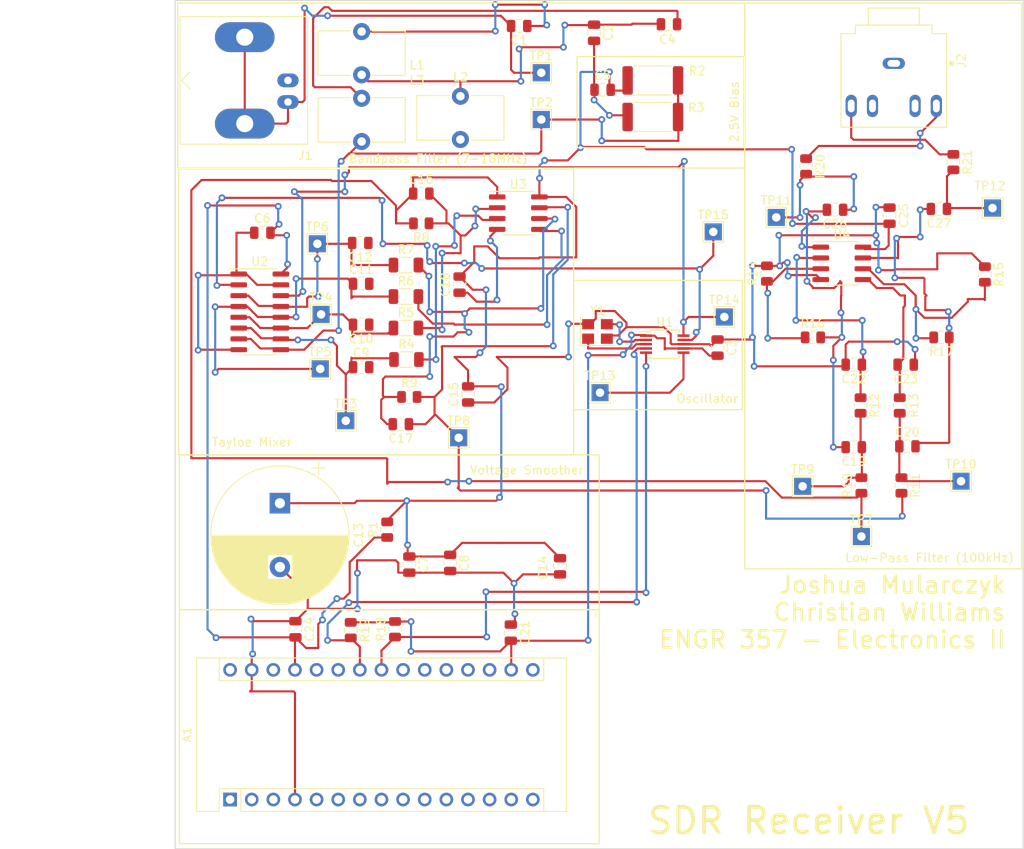
<source format=kicad_pcb>
(kicad_pcb (version 20211014) (generator pcbnew)
  (layers (0 "F.Cu" signal) (31 "B.Cu" signal) (34 "B.Paste" user) (35 "F.Paste" user) (36 "B.SilkS" user "B.Silkscreen") (37 "F.SilkS" user "F.Silkscreen") (38 "B.Mask" user) (39 "F.Mask" user) (44 "Edge.Cuts" user))
  (net 0 "")
  (net 4 "GND")
  (net 17 "+3V3")
  (net 23 "/SDA")
  (net 24 "/SCL")
  (net 27 "+5V")
  (net 30 "Net-(C1-Pad1)")
  (net 31 "Net-(C1-Pad2)")
  (net 32 "Net-(C2-Pad1)")
  (net 33 "Net-(C4-Pad2)")
  (net 34 "Filtered 5V")
  (net 35 "Net-(C9-Pad1)")
  (net 36 "Net-(C10-Pad2)")
  (net 37 "Net-(C11-Pad1)")
  (net 38 "Net-(C12-Pad2)")
  (net 39 "Net-(C16-Pad1)")
  (net 40 "Net-(C16-Pad2)")
  (net 41 "Net-(C17-Pad1)")
  (net 42 "Net-(C17-Pad2)")
  (net 43 "Net-(C19-Pad1)")
  (net 44 "Net-(C19-Pad2)")
  (net 45 "Net-(C20-Pad1)")
  (net 46 "Net-(C20-Pad2)")
  (net 47 "Net-(C22-Pad1)")
  (net 48 "Net-(C23-Pad2)")
  (net 49 "Net-(C26-Pad1)")
  (net 50 "Net-(C27-Pad1)")
  (net 51 "Net-(L3-Pad2)")
  (net 52 "Net-(R4-Pad2)")
  (net 53 "Net-(R6-Pad2)")
  (net 54 "Net-(R14-Pad1)")
  (net 55 "Net-(R15-Pad2)")
  (net 56 "Net-(U1-Pad2)")
  (net 57 "Net-(U1-Pad3)")
  (net 58 "Net-(TP15-Pad1)")
  (net 59 "Net-(TP14-Pad1)")
  (net 60 "Net-(TP13-Pad1)")
  (net 61 "Net-(J2-Pad3)")
  (net 62 "Net-(J2-Pad2)")
  (footprint "Capacitor_SMD:C_0805_2012Metric" (layer "F.Cu") (at 127.7 105.9 180)
    (fp_text reference "C17")
    (fp_text value "75p")
  )
  (footprint "Inductor_THT:L_Toroid_Vertical_L10.0mm_W5.0mm_P5.08mm" (layer "F.Cu") (at 134.7 67.36)
    (fp_text reference "L2")
    (fp_text value "360n")
  )
  (footprint "TestPoint:TestPoint_THTPad_2.0x2.0mm_Drill1.0mm" (layer "F.Cu") (at 197.2 80.5)
    (fp_text reference "TP12")
    (fp_text value "TestPoint")
  )
  (footprint "TestPoint:TestPoint_THTPad_2.0x2.0mm_Drill1.0mm" (layer "F.Cu") (at 165.7 93.3)
    (fp_text reference "TP14")
    (fp_text value "TestPoint")
  )
  (footprint "Resistor_SMD:R_0805_2012Metric" (layer "F.Cu") (at 192.6 75.1 -90)
    (fp_text reference "R21")
    (fp_text value "100")
  )
  (footprint "TestPoint:TestPoint_THTPad_2.0x2.0mm_Drill1.0mm" (layer "F.Cu") (at 144.2 70.1)
    (fp_text reference "TP2")
    (fp_text value "TestPoint")
  )
  (footprint "TestPoint:TestPoint_THTPad_2.0x2.0mm_Drill1.0mm" (layer "F.Cu") (at 174.9 113.2)
    (fp_text reference "TP9")
    (fp_text value "TestPoint")
  )
  (footprint "Module:Arduino_Nano" (layer "F.Cu") (at 107.65 150.01 90)
    (fp_text reference "A1")
    (fp_text value "Arduino_Nano_v3.x")
  )
  (footprint "Capacitor_SMD:C_0805_2012Metric" (layer "F.Cu") (at 187.2 108.5)
    (fp_text reference "C20")
    (fp_text value "100p")
  )
  (footprint "Capacitor_THT:CP_Radial_D16.0mm_P7.50mm" (layer "F.Cu") (at 113.5 115.187246 -90)
    (fp_text reference "C13")
    (fp_text value "8200u")
  )
  (footprint "Capacitor_SMD:C_0805_2012Metric" (layer "F.Cu") (at 190.9 80.6 180)
    (fp_text reference "C27")
    (fp_text value "10u")
  )
  (footprint "Resistor_SMD:R_0805_2012Metric" (layer "F.Cu") (at 186.3 103.7 -90)
    (fp_text reference "R13")
    (fp_text value "52.3k")
  )
  (footprint "TestPoint:TestPoint_THTPad_2.0x2.0mm_Drill1.0mm" (layer "F.Cu") (at 118.2375 99.4)
    (fp_text reference "TP5")
    (fp_text value "TestPoint")
  )
  (footprint "Capacitor_SMD:C_0805_2012Metric" (layer "F.Cu") (at 150.4 59.9 -90)
    (fp_text reference "C2")
    (fp_text value "560p")
  )
  (footprint "Capacitor_SMD:C_0805_2012Metric" (layer "F.Cu") (at 146.4 122.6 90)
    (fp_text reference "C14")
    (fp_text value "0.1u")
  )
  (footprint "Resistor_SMD:R_1206_3216Metric" (layer "F.Cu") (at 128.3 94.6)
    (fp_text reference "R5")
    (fp_text value "200")
  )
  (footprint "Capacitor_SMD:C_0805_2012Metric" (layer "F.Cu") (at 134.6 89.5 90)
    (fp_text reference "C18")
    (fp_text value "0.1u")
  )
  (footprint "TestPoint:TestPoint_THTPad_2.0x2.0mm_Drill1.0mm" (layer "F.Cu") (at 144.2 64.6)
    (fp_text reference "TP1")
    (fp_text value "TestPoint")
  )
  (footprint "Capacitor_SMD:C_0805_2012Metric" (layer "F.Cu") (at 123.0375 89.4)
    (fp_text reference "C11")
    (fp_text value "5n")
  )
  (footprint "TestPoint:TestPoint_THTPad_2.0x2.0mm_Drill1.0mm" (layer "F.Cu") (at 193.5 112.6)
    (fp_text reference "TP10")
    (fp_text value "TestPoint")
  )
  (footprint "Capacitor_SMD:C_0805_2012Metric" (layer "F.Cu") (at 187 98.9 180)
    (fp_text reference "C23")
    (fp_text value "100p")
  )
  (footprint "Connector_Coaxial:BNC_Amphenol_B6252HB-NPP3G-50_Horizontal" (layer "F.Cu") (at 114.45 65.5 90)
    (fp_text reference "J1")
    (fp_text value "Conn_Coaxial")
  )
  (footprint "Resistor_SMD:R_0805_2012Metric" (layer "F.Cu") (at 170.7 88.2 90)
    (fp_text reference "R14")
    (fp_text value "2.49k")
  )
  (footprint "TestPoint:TestPoint_THTPad_2.0x2.0mm_Drill1.0mm" (layer "F.Cu") (at 171.8 81.6)
    (fp_text reference "TP11")
    (fp_text value "TestPoint")
  )
  (footprint "Resistor_SMD:R_0805_2012Metric" (layer "F.Cu") (at 181.8 113.1 90)
    (fp_text reference "R10")
    (fp_text value "4.64k")
  )
  (footprint "Capacitor_SMD:C_0805_2012Metric" (layer "F.Cu") (at 185.1 81.4 -90)
    (fp_text reference "C25")
    (fp_text value "0.1u")
  )
  (footprint "Inductor_THT:L_Toroid_Vertical_L10.0mm_W5.0mm_P5.08mm" (layer "F.Cu") (at 123.1 67.6)
    (fp_text reference "L3")
    (fp_text value "750n")
  )
  (footprint "Resistor_SMD:R_0805_2012Metric" (layer "F.Cu") (at 191.2 95.7 180)
    (fp_text reference "R17")
    (fp_text value "17.4k")
  )
  (footprint "Crystal:Crystal_SMD_3225-4Pin_3.2x2.5mm" (layer "F.Cu") (at 150.8 95)
    (fp_text reference "Y1")
    (fp_text value "Crystal_GND24_Small")
  )
  (footprint "TestPoint:TestPoint_THTPad_2.0x2.0mm_Drill1.0mm" (layer "F.Cu") (at 151.1 102.2)
    (fp_text reference "TP13")
    (fp_text value "TestPoint")
  )
  (footprint "Package_SO:MSOP-10_3x3mm_P0.5mm" (layer "F.Cu") (at 158.7 96.5)
    (fp_text reference "U1")
    (fp_text value "Si5351A-B-GT")
  )
  (footprint "Package_SO:SOIC-8_3.9x4.9mm_P1.27mm" (layer "F.Cu") (at 141.5 81.1)
    (fp_text reference "U3")
    (fp_text value "LT6231")
  )
  (footprint "Capacitor_SMD:C_0805_2012Metric" (layer "F.Cu") (at 164.9 96.9 -90)
    (fp_text reference "C3")
    (fp_text value "0.1u")
  )
  (footprint "Capacitor_SMD:C_0805_2012Metric" (layer "F.Cu") (at 122.9375 84.6 180)
    (fp_text reference "C12")
    (fp_text value "5n")
  )
  (footprint "Capacitor_SMD:C_0805_2012Metric" (layer "F.Cu") (at 140.62 130.4 -90)
    (fp_text reference "C21")
    (fp_text value "0.1u")
  )
  (footprint "Resistor_SMD:R_0805_2012Metric" (layer "F.Cu") (at 121.82 130.1 -90)
    (fp_text reference "R19")
    (fp_text value "4.7k")
  )
  (footprint "Resistor_SMD:R_0805_2012Metric" (layer "F.Cu") (at 127.02 130 90)
    (fp_text reference "R18")
    (fp_text value "4.7k")
  )
  (footprint "Capacitor_SMD:C_0805_2012Metric" (layer "F.Cu") (at 180.9 98.9 180)
    (fp_text reference "C22")
    (fp_text value "100p")
  )
  (footprint "Resistor_SMD:R_0805_2012Metric" (layer "F.Cu") (at 196.3 88.3 -90)
    (fp_text reference "R15")
    (fp_text value "2.49k")
  )
  (footprint "Resistor_SMD:R_0805_2012Metric" (layer "F.Cu") (at 181.7 103.7 -90)
    (fp_text reference "R12")
    (fp_text value "52.3k")
  )
  (footprint "TestPoint:TestPoint_THTPad_2.0x2.0mm_Drill1.0mm" (layer "F.Cu") (at 118.3375 93)
    (fp_text reference "TP4")
    (fp_text value "TestPoint")
  )
  (footprint "TestPoint:TestPoint_THTPad_2.0x2.0mm_Drill1.0mm" (layer "F.Cu") (at 134.5 107.5)
    (fp_text reference "TP8")
    (fp_text value "TestPoint")
  )
  (footprint "Resistor_SMD:R_2512_6332Metric" (layer "F.Cu") (at 157.3 69.8 180)
    (fp_text reference "R3")
    (fp_text value "10k")
  )
  (footprint "Resistor_SMD:R_0805_2012Metric" (layer "F.Cu") (at 126.1 118.3 90)
    (fp_text reference "R1")
    (fp_text value "1")
  )
  (footprint "Capacitor_SMD:C_0805_2012Metric" (layer "F.Cu") (at 151.4 66.6)
    (fp_text reference "C5")
    (fp_text value "0.1u")
  )
  (footprint "TestPoint:TestPoint_THTPad_2.0x2.0mm_Drill1.0mm" (layer "F.Cu") (at 117.9 84.7)
    (fp_text reference "TP6")
    (fp_text value "TestPoint")
  )
  (footprint "Capacitor_SMD:C_0805_2012Metric" (layer "F.Cu") (at 123.0375 99.2)
    (fp_text reference "C9")
    (fp_text value "5n")
  )
  (footprint "Capacitor_SMD:C_0805_2012Metric" (layer "F.Cu") (at 159.2 58.9)
    (fp_text reference "C4")
    (fp_text value "270p")
  )
  (footprint "Resistor_SMD:R_1206_3216Metric" (layer "F.Cu") (at 128.3 90.9)
    (fp_text reference "R6")
    (fp_text value "200")
  )
  (footprint "Capacitor_SMD:C_0805_2012Metric" (layer "F.Cu") (at 130.1 78.8)
    (fp_text reference "C16")
    (fp_text value "75p")
  )
  (footprint "Resistor_SMD:R_0805_2012Metric" (layer "F.Cu") (at 128.7 102.7)
    (fp_text reference "R9")
    (fp_text value "22k")
  )
  (footprint "Capacitor_SMD:C_0805_2012Metric" (layer "F.Cu") (at 133.5 122.2 -90)
    (fp_text reference "C8")
    (fp_text value "100n")
  )
  (footprint "CUI_SJ1-3225N:CUI_SJ1-3525N" (layer "F.Cu") (at 185.6 63.5 -90)
    (fp_text reference "J2")
    (fp_text value "SJ1-3525N")
  )
  (footprint "TestPoint:TestPoint_THTPad_2.0x2.0mm_Drill1.0mm" (layer "F.Cu") (at 181.8 119.1)
    (fp_text reference "TP7")
    (fp_text value "TestPoint")
  )
  (footprint "Resistor_SMD:R_0805_2012Metric" (layer "F.Cu") (at 130.1 82.3 180)
    (fp_text reference "R8")
    (fp_text value "22k")
  )
  (footprint "Package_SO:SOIC-8_3.9x4.9mm_P1.27mm" (layer "F.Cu") (at 179.5 87)
    (fp_text reference "U4")
    (fp_text value "LM4562MA")
  )
  (footprint "Capacitor_SMD:C_0805_2012Metric" (layer "F.Cu") (at 123.0375 94.2 180)
    (fp_text reference "C10")
    (fp_text value "5n")
  )
  (footprint "TestPoint:TestPoint_THTPad_2.0x2.0mm_Drill1.0mm" (layer "F.Cu") (at 164.4 83.3)
    (fp_text reference "TP15")
    (fp_text value "TestPoint")
  )
  (footprint "Resistor_SMD:R_1206_3216Metric" (layer "F.Cu") (at 128.3625 98.3)
    (fp_text reference "R4")
    (fp_text value "200")
  )
  (footprint "Capacitor_SMD:C_0805_2012Metric" (layer "F.Cu") (at 111.4375 83.4)
    (fp_text reference "C6")
    (fp_text value "0.1u")
  )
  (footprint "Resistor_SMD:R_0805_2012Metric" (layer "F.Cu") (at 176.1 95.7)
    (fp_text reference "R16")
    (fp_text value "17.4k")
  )
  (footprint "Resistor_SMD:R_0805_2012Metric" (layer "F.Cu") (at 186.5 113.1 -90)
    (fp_text reference "R11")
    (fp_text value "4.64k")
  )
  (footprint "Capacitor_SMD:C_0805_2012Metric" (layer "F.Cu") (at 141.6 59.1 180)
    (fp_text reference "C1")
    (fp_text value "270p")
  )
  (footprint "Capacitor_SMD:C_0805_2012Metric" (layer "F.Cu") (at 180.9 108.6 180)
    (fp_text reference "C19")
    (fp_text value "100p")
  )
  (footprint "Capacitor_SMD:C_0805_2012Metric" (layer "F.Cu") (at 128.7 122.4 -90)
    (fp_text reference "C7")
    (fp_text value "10n")
  )
  (footprint "Resistor_SMD:R_0805_2012Metric" (layer "F.Cu") (at 175.3 75.6 -90)
    (fp_text reference "R20")
    (fp_text value "100")
  )
  (footprint "Resistor_SMD:R_2512_6332Metric" (layer "F.Cu") (at 157.3 65.5)
    (fp_text reference "R2")
    (fp_text value "10k")
  )
  (footprint "Capacitor_SMD:C_0805_2012Metric" (layer "F.Cu") (at 115.32 130 -90)
    (fp_text reference "C24")
    (fp_text value "0.1u")
  )
  (footprint "Capacitor_SMD:C_0805_2012Metric" (layer "F.Cu") (at 178.7 80.7 180)
    (fp_text reference "C26")
    (fp_text value "10u")
  )
  (footprint "TestPoint:TestPoint_THTPad_2.0x2.0mm_Drill1.0mm" (layer "F.Cu") (at 121.2375 105.5)
    (fp_text reference "TP3")
    (fp_text value "TestPoint")
  )
  (footprint "Capacitor_SMD:C_0805_2012Metric" (layer "F.Cu") (at 135.6 102.4 90)
    (fp_text reference "C15")
    (fp_text value "0.1u")
  )
  (footprint "Inductor_THT:L_Toroid_Vertical_L10.0mm_W5.0mm_P5.08mm" (layer "F.Cu") (at 123.1 59.76)
    (fp_text reference "L1")
    (fp_text value "750n")
  )
  (footprint "Package_SO:SOIC-16_3.9x9.9mm_P1.27mm" (layer "F.Cu") (at 111.1375 92.7)
    (fp_text reference "U2")
    (fp_text value "SN74CBT3253")
  )
  (footprint "Resistor_SMD:R_1206_3216Metric" (layer "F.Cu") (at 128.3 87.2)
    (fp_text reference "R7")
    (fp_text value "200")
  )
  (gr_rect (start 148 89) (end 167.8 104.2) (layer "F.SilkS") (width 0.15) (fill none))
  (gr_rect (start 101.6 75.9) (end 148 109.5) (layer "F.SilkS") (width 0.15) (fill none))
  (gr_rect (start 101.7 127.7) (end 151 109.5) (layer "F.SilkS") (width 0.15) (fill none))
  (gr_line (start 150.7 128.66) (end 150.59 128.52) (layer "F.SilkS") (width 0.05))
  (gr_rect (start 148.4 62.7) (end 168 73.4) (layer "F.SilkS") (width 0.15) (fill none))
  (gr_rect (start 168.1 56.4) (end 200.6 122.9) (layer "F.SilkS") (width 0.15) (fill none))
  (gr_line (start 150.59 128.15) (end 150.59 128.53) (layer "F.SilkS") (width 0.05))
  (gr_rect (start 101.5 56.4) (end 168.1 75.8) (layer "F.SilkS") (width 0.15) (fill none))
  (gr_rect (start 101.7 127.7) (end 151 155.2) (layer "F.SilkS") (width 0.15) (fill none))
  (gr_line (start 150.61 128.29) (end 150.75 128.29) (layer "F.SilkS") (width 0.05))
  (gr_line (start 150.59 128.29) (end 150.45 128.29) (layer "F.SilkS") (width 0.05))
  (gr_line (start 150.59 128.53) (end 150.49 128.66) (layer "F.SilkS") (width 0.05))
  (gr_circle (center 150.59 128.05) (end 150.69 128.05) (layer "F.SilkS") (width 0.05) (fill none))
  (gr_rect (start 200.8 155.8) (end 101.2 56.1) (layer "Edge.Cuts") (width 0.1) (fill none))
  (gr_text "Joshua Mularczyk\nChristian Williams\nENGR 357 - Electronics II" (at 198.9 128) (layer "F.SilkS") (effects (font (size 2 2) (thickness 0.3)) (justify right)))
  (gr_text "Tayloe Mixer" (at 110.2 108) (layer "F.SilkS") (effects (font (size 1 1))))
  (gr_text "Voltage Smoother" (at 142.5 111.3) (layer "F.SilkS") (effects (font (size 1 1))))
  (gr_text "Oscillator" (at 163.7 102.9) (layer "F.SilkS") (effects (font (size 1 1))))
  (gr_text "Low-Pass Filter (100kHz)" (at 189.8 121.6) (layer "F.SilkS") (effects (font (size 1 1))))
  (gr_text "2.5V Bias" (at 166.9 69.2 90) (layer "F.SilkS") (effects (font (size 1 1))))
  (gr_text "Bandpass Filter (7-18MHz)" (at 132.1 74.7) (layer "F.SilkS") (effects (font (size 1 1))))
  (gr_text "SDR Receiver V5" (at 175.6 152.5) (layer "F.SilkS") (effects (font (size 3 3) (thickness 0.45))))
  (segment (start 139.75 123.35) (end 141 124.6) (width 0.25) (layer "F.Cu") (net 4))
  (segment (start 113.5 122.687246) (end 116.77 125.957246) (width 0.25) (layer "F.Cu") (net 4))
  (segment (start 115.27 137.47) (end 115.1 137.3) (width 0.25) (layer "F.Cu") (net 4))
  (segment (start 183.6 83.8) (end 183.5 83.7) (width 0.25) (layer "F.Cu") (net 4))
  (segment (start 188.1 97.1) (end 188.1 98.75) (width 0.25) (layer "F.Cu") (net 4))
  (segment (start 180 96.5) (end 180.3 96.2) (width 0.25) (layer "F.Cu") (net 4))
  (segment (start 116.77 125.957246) (end 116.77 127.6) (width 0.25) (layer "F.Cu") (net 4))
  (segment (start 154.1375 69.6) (end 154.3375 69.8) (width 0.25) (layer "F.Cu") (net 4))
  (segment (start 108.4 87.9925) (end 108.6625 88.255) (width 0.25) (layer "F.Cu") (net 4))
  (segment (start 149.949022 94.15) (end 150.6 93.499022) (width 0.25) (layer "F.Cu") (net 4))
  (segment (start 122.56 121.9) (end 122.56 123.36) (width 0.25) (layer "F.Cu") (net 4))
  (segment (start 139.2 123.35) (end 139.75 123.35) (width 0.25) (layer "F.Cu") (net 4))
  (segment (start 134.6 90.45) (end 135.55 90.45) (width 0.25) (layer "F.Cu") (net 4))
  (segment (start 183.5 80.4) (end 185.05 80.4) (width 0.25) (layer "F.Cu") (net 4))
  (segment (start 173.2 88.5) (end 173.324511 88.375489) (width 0.25) (layer "F.Cu") (net 4))
  (segment (start 172.2 87.3) (end 172.5895 86.9105) (width 0.25) (layer "F.Cu") (net 4))
  (segment (start 110.1 128.8) (end 110.35 129.05) (width 0.25) (layer "F.Cu") (net 4))
  (segment (start 180.3 96.2) (end 186 96.2) (width 0.25) (layer "F.Cu") (net 4))
  (segment (start 110.4875 83.4) (end 108.4 83.4) (width 0.25) (layer "F.Cu") (net 4))
  (segment (start 149.7 94.15) (end 149.949022 94.15) (width 0.25) (layer "F.Cu") (net 4))
  (segment (start 127.45 123.35) (end 128.7 123.35) (width 0.25) (layer "F.Cu") (net 4))
  (segment (start 159.4 96.4) (end 159.4 95.3) (width 0.25) (layer "F.Cu") (net 4))
  (segment (start 115.1 137.3) (end 110 137.3) (width 0.25) (layer "F.Cu") (net 4))
  (segment (start 153.224511 95.475489) (end 152.274511 95.475489) (width 0.25) (layer "F.Cu") (net 4))
  (segment (start 138.975 98.005) (end 138.98 98) (width 0.25) (layer "F.Cu") (net 4))
  (segment (start 141.1 128.2) (end 141.1 128.97) (width 0.25) (layer "F.Cu") (net 4))
  (segment (start 164.15 96.7) (end 163.95 96.5) (width 0.25) (layer "F.Cu") (net 4))
  (segment (start 180.705 83.705) (end 183.495 83.705) (width 0.25) (layer "F.Cu") (net 4))
  (segment (start 141.1 128.97) (end 140.62 129.45) (width 0.25) (layer "F.Cu") (net 4))
  (segment (start 190.7 87.7) (end 185.699886 87.7) (width 0.25) (layer "F.Cu") (net 4))
  (segment (start 185.599886 87.8) (end 183.8 87.8) (width 0.25) (layer "F.Cu") (net 4))
  (segment (start 150.6 93.499022) (end 150.6 92.6) (width 0.25) (layer "F.Cu") (net 4))
  (segment (start 179.75 99.1) (end 179.95 98.9) (width 0.25) (layer "F.Cu") (net 4))
  (segment (start 146.4 123.55) (end 142.05 123.55) (width 0.25) (layer "F.Cu") (net 4))
  (segment (start 127.4 122.2) (end 127.4 123.3) (width 0.25) (layer "F.Cu") (net 4))
  (segment (start 138.8 91.5) (end 139 91.3) (width 0.25) (layer "F.Cu") (net 4))
  (segment (start 169.2 99.1) (end 179.75 99.1) (width 0.25) (layer "F.Cu") (net 4))
  (segment (start 138.674614 103.35) (end 135.6 103.35) (width 0.25) (layer "F.Cu") (net 4))
  (segment (start 149.65 94.1) (end 149.7 94.15) (width 0.25) (layer "F.Cu") (net 4))
  (segment (start 150.4 66.55) (end 150.45 66.6) (width 0.25) (layer "F.Cu") (net 4))
  (segment (start 164.9 95.95) (end 168.75 95.95) (width 0.25) (layer "F.Cu") (net 4))
  (segment (start 152.824614 92.6) (end 154.2 93.975386) (width 0.25) (layer "F.Cu") (net 4))
  (segment (start 122.56 121.9) (end 127.1 121.9) (width 0.25) (layer "F.Cu") (net 4))
  (segment (start 127.4 123.3) (end 127.45 123.35) (width 0.25) (layer "F.Cu") (net 4))
  (segment (start 110.19 133.01) (end 110.3 132.9) (width 0.25) (layer "F.Cu") (net 4))
  (segment (start 110.19 134.77) (end 110.19 133.01) (width 0.25) (layer "F.Cu") (net 4))
  (segment (start 173.324511 88.375489) (end 176.495489 88.375489) (width 0.25) (layer "F.Cu") (net 4))
  (segment (start 122.6 127.6) (end 116.77 127.6) (width 0.25) (layer "F.Cu") (net 4))
  (segment (start 185.05 80.4) (end 185.1 80.45) (width 0.25) (layer "F.Cu") (net 4))
  (segment (start 140.224511 99.254511) (end 140.224511 101.800103) (width 0.25) (layer "F.Cu") (net 4))
  (segment (start 138.222532 83.807468) (end 139.025 83.005) (width 0.25) (layer "F.Cu") (net 4))
  (segment (start 115.27 150.01) (end 115.27 137.47) (width 0.25) (layer "F.Cu") (net 4))
  (segment (start 158.6 94.5) (end 154.2 94.5) (width 0.25) (layer "F.Cu") (net 4))
  (segment (start 135.55 90.45) (end 136.6 91.5) (width 0.25) (layer "F.Cu") (net 4))
  (segment (start 159.4 95.3) (end 158.6 94.5) (width 0.25) (layer "F.Cu") (net 4))
  (segment (start 183.6 84.6) (end 183.6 83.8) (width 0.25) (layer "F.Cu") (net 4))
  (segment (start 154.2 93.975386) (end 154.2 94.5) (width 0.25) (layer "F.Cu") (net 4))
  (segment (start 150.4 60.85) (end 150.4 66.55) (width 0.25) (layer "F.Cu") (net 4))
  (segment (start 172.1875 87.2875) (end 172.2 87.3) (width 0.25) (layer "F.Cu") (net 4))
  (segment (start 103.955 97.145) (end 103.9 97.2) (width 0.25) (layer "F.Cu") (net 4))
  (segment (start 172.5895 86.9105) (end 173.1 86.9105) (width 0.25) (layer "F.Cu") (net 4))
  (segment (start 168.75 95.95) (end 169 95.7) (width 0.25) (layer "F.Cu") (net 4))
  (segment (start 183.495 83.705) (end 183.5 83.7) (width 0.25) (layer "F.Cu") (net 4))
  (segment (start 108.6625 97.145) (end 103.955 97.145) (width 0.25) (layer "F.Cu") (net 4))
  (segment (start 176.495489 88.375489) (end 177.025 88.905) (width 0.25) (layer "F.Cu") (net 4))
  (segment (start 172.1 83.7) (end 180.7 83.7) (width 0.25) (layer "F.Cu") (net 4))
  (segment (start 110.19 137.11) (end 110.19 134.77) (width 0.25) (layer "F.Cu") (net 4))
  (segment (start 147.4 94.1) (end 149.65 94.1) (width 0.25) (layer "F.Cu") (net 4))
  (segment (start 110.35 129.05) (end 115.32 129.05) (width 0.25) (layer "F.Cu") (net 4))
  (segment (start 179.95 98.9) (end 179.95 96.55) (width 0.25) (layer "F.Cu") (net 4))
  (segment (start 190.705 85.825) (end 190.705 87.695) (width 0.25) (layer "F.Cu") (net 4))
  (segment (start 150.45 66.6) (end 150.45 67.75) (width 0.25) (layer "F.Cu") (net 4))
  (segment (start 108.4 83.4) (end 108.4 87.9925) (width 0.25) (layer "F.Cu") (net 4))
  (segment (start 180.7 83.7) (end 180.705 83.705) (width 0.25) (layer "F.Cu") (net 4))
  (segment (start 116.77 127.6) (end 115.32 129.05) (width 0.25) (layer "F.Cu") (net 4))
  (segment (start 140.224511 101.800103) (end 138.674614 103.35) (width 0.25) (layer "F.Cu") (net 4))
  (segment (start 133.5 123.15) (end 133.7 123.35) (width 0.25) (layer "F.Cu") (net 4))
  (segment (start 160.9 96.5) (end 159.5 96.5) (width 0.25) (layer "F.Cu") (net 4))
  (segment (start 109.555 88.255) (end 110.825 89.525) (width 0.25) (layer "F.Cu") (net 4))
  (segment (start 179.95 96.55) (end 180 96.5) (width 0.25) (layer "F.Cu") (net 4))
  (segment (start 154.2 94.5) (end 153.224511 95.475489) (width 0.25) (layer "F.Cu") (net 4))
  (segment (start 138.98 98) (end 147.4 98) (width 0.25) (layer "F.Cu") (net 4))
  (segment (start 136.6 91.5) (end 138.8 91.5) (width 0.25) (layer "F.Cu") (net 4))
  (segment (start 127.1 121.9) (end 127.4 122.2) (width 0.25) (layer "F.Cu") (net 4))
  (segment (start 170.6875 87.3) (end 170.7 87.2875) (width 0.25) (layer "F.Cu") (net 4))
  (segment (start 152.274511 95.475489) (end 151.9 95.85) (width 0.25) (layer "F.Cu") (net 4))
  (segment (start 159.5 96.5) (end 159.4 96.4) (width 0.25) (layer "F.Cu") (net 4))
  (segment (start 108.5175 88.4) (end 108.6625 88.255) (width 0.25) (layer "F.Cu") (net 4))
  (segment (start 163.95 96.5) (end 160.9 96.5) (width 0.25) (layer "F.Cu") (net 4))
  (segment (start 196.3 87.3875) (end 194.7375 85.825) (width 0.25) (layer "F.Cu") (net 4))
  (segment (start 133.7 123.35) (end 139.2 123.35) (width 0.25) (layer "F.Cu") (net 4))
  (segment (start 128.7 123.35) (end 133.3 123.35) (width 0.25) (layer "F.Cu") (net 4))
  (segment (start 185.699886 87.7) (end 185.599886 87.8) (width 0.25) (layer "F.Cu") (net 4))
  (segment (start 190.705 87.695) (end 190.7 87.7) (width 0.25) (layer "F.Cu") (net 4))
  (segment (start 138.222532 84.35379) (end 138.222532 83.807468) (width 0.25) (layer "F.Cu") (net 4))
  (segment (start 152.2 69.6) (end 154.1375 69.6) (width 0.25) (layer "F.Cu") (net 4))
  (segment (start 122.56 123.36) (end 122.6 123.4) (width 0.25) (layer "F.Cu") (net 4))
  (segment (start 108.6625 88.255) (end 109.555 88.255) (width 0.25) (layer "F.Cu") (net 4))
  (segment (start 164.9 95.95) (end 164.15 96.7) (width 0.25) (layer "F.Cu") (net 4))
  (segment (start 194.7375 85.825) (end 190.705 85.825) (width 0.25) (layer "F.Cu") (net 4))
  (segment (start 170.7 87.2875) (end 172.1875 87.2875) (width 0.25) (layer "F.Cu") (net 4))
  (segment (start 150.45 67.75) (end 150.4 67.8) (width 0.25) (layer "F.Cu") (net 4))
  (segment (start 150.6 92.6) (end 152.824614 92.6) (width 0.25) (layer "F.Cu") (net 4))
  (segment (start 103.9 88.4) (end 108.5175 88.4) (width 0.25) (layer "F.Cu") (net 4))
  (segment (start 142.05 123.55) (end 141 124.6) (width 0.25) (layer "F.Cu") (net 4))
  (segment (start 110.825 89.525) (end 113.6125 89.525) (width 0.25) (layer "F.Cu") (net 4))
  (segment (start 138.975 98.005) (end 140.224511 99.254511) (width 0.25) (layer "F.Cu") (net 4))
  (segment (start 110 137.3) (end 110.19 137.11) (width 0.25) (layer "F.Cu") (net 4))
  (segment (start 188.1 98.75) (end 187.95 98.9) (width 0.25) (layer "F.Cu") (net 4))
  (segment (start 169 87.3) (end 170.6875 87.3) (width 0.25) (layer "F.Cu") (net 4))
  (via (at 169.2 99.1) (size 0.8) (drill 0.4) (layers "F.Cu" "B.Cu") (net 4))
  (via (at 139 91.3) (size 0.8) (drill 0.4) (layers "F.Cu" "B.Cu") (net 4))
  (via (at 172.2 87.3) (size 0.8) (drill 0.4) (layers "F.Cu" "B.Cu") (net 4))
  (via (at 103.9 88.4) (size 0.8) (drill 0.4) (layers "F.Cu" "B.Cu") (net 4))
  (via (at 103.9 97.2) (size 0.8) (drill 0.4) (layers "F.Cu" "B.Cu") (net 4))
  (via (at 169 87.3) (size 0.8) (drill 0.4) (layers "F.Cu" "B.Cu") (net 4))
  (via (at 141 124.6) (size 0.8) (drill 0.4) (layers "F.Cu" "B.Cu") (net 4))
  (via (at 147.4 98) (size 0.8) (drill 0.4) (layers "F.Cu" "B.Cu") (net 4))
  (via (at 186 96.2) (size 0.8) (drill 0.4) (layers "F.Cu" "B.Cu") (net 4))
  (via (at 141.1 128.2) (size 0.8) (drill 0.4) (layers "F.Cu" "B.Cu") (net 4))
  (via (at 152.2 69.6) (size 0.8) (drill 0.4) (layers "F.Cu" "B.Cu") (net 4))
  (via (at 183.8 87.8) (size 0.8) (drill 0.4) (layers "F.Cu" "B.Cu") (net 4))
  (via (at 183.6 84.6) (size 0.8) (drill 0.4) (layers "F.Cu" "B.Cu") (net 4))
  (via (at 183.5 80.4) (size 0.8) (drill 0.4) (layers "F.Cu" "B.Cu") (net 4))
  (via (at 188.1 97.1) (size 0.8) (drill 0.4) (layers "F.Cu" "B.Cu") (net 4))
  (via (at 169 95.7) (size 0.8) (drill 0.4) (layers "F.Cu" "B.Cu") (net 4))
  (via (at 110.3 132.9) (size 0.8) (drill 0.4) (layers "F.Cu" "B.Cu") (net 4))
  (via (at 138.222532 84.35379) (size 0.8) (drill 0.4) (layers "F.Cu" "B.Cu") (net 4))
  (via (at 172.1 83.7) (size 0.8) (drill 0.4) (layers "F.Cu" "B.Cu") (net 4))
  (via (at 122.6 123.4) (size 0.8) (drill 0.4) (layers "F.Cu" "B.Cu") (net 4))
  (via (at 110.1 128.8) (size 0.8) (drill 0.4) (layers "F.Cu" "B.Cu") (net 4))
  (via (at 173.1 86.9105) (size 0.8) (drill 0.4) (layers "F.Cu" "B.Cu") (net 4))
  (via (at 173.2 88.5) (size 0.8) (drill 0.4) (layers "F.Cu" "B.Cu") (net 4))
  (via (at 122.6 127.6) (size 0.8) (drill 0.4) (layers "F.Cu" "B.Cu") (net 4))
  (via (at 183.5 83.7) (size 0.8) (drill 0.4) (layers "F.Cu" "B.Cu") (net 4))
  (via (at 150.4 67.8) (size 0.8) (drill 0.4) (layers "F.Cu" "B.Cu") (net 4))
  (via (at 147.4 94.1) (size 0.8) (drill 0.4) (layers "F.Cu" "B.Cu") (net 4))
  (segment (start 172.2 83.8) (end 172.1 83.7) (width 0.25) (layer "B.Cu") (net 4))
  (segment (start 147.4 98) (end 147.4 94.1) (width 0.25) (layer "B.Cu") (net 4))
  (segment (start 186 96.2) (end 187.2 96.2) (width 0.25) (layer "B.Cu") (net 4))
  (segment (start 172.2 87.3) (end 172.2 83.8) (width 0.25) (layer "B.Cu") (net 4))
  (segment (start 173.1 86.9105) (end 173.1 88.4) (width 0.25) (layer "B.Cu") (net 4))
  (segment (start 169 95.7) (end 169 87.3) (width 0.25) (layer "B.Cu") (net 4))
  (segment (start 122.6 123.4) (end 122.6 127.6) (width 0.25) (layer "B.Cu") (net 4))
  (segment (start 187.2 96.2) (end 188.1 97.1) (width 0.25) (layer "B.Cu") (net 4))
  (segment (start 103.9 97.2) (end 103.9 88.4) (width 0.25) (layer "B.Cu") (net 4))
  (segment (start 110.3 129) (end 110.1 128.8) (width 0.25) (layer "B.Cu") (net 4))
  (segment (start 150.4 67.8) (end 152.2 69.6) (width 0.25) (layer "B.Cu") (net 4))
  (segment (start 169.2 95.9) (end 169.2 99.1) (width 0.25) (layer "B.Cu") (net 4))
  (segment (start 169 95.7) (end 169.2 95.9) (width 0.25) (layer "B.Cu") (net 4))
  (segment (start 139 85.131258) (end 138.222532 84.35379) (width 0.25) (layer "B.Cu") (net 4))
  (segment (start 183.8 84.8) (end 183.6 84.6) (width 0.25) (layer "B.Cu") (net 4))
  (segment (start 173.1 88.4) (end 173.2 88.5) (width 0.25) (layer "B.Cu") (net 4))
  (segment (start 183.5 83.7) (end 183.5 80.4) (width 0.25) (layer "B.Cu") (net 4))
  (segment (start 141 124.6) (end 141 128.1) (width 0.25) (layer "B.Cu") (net 4))
  (segment (start 110.3 132.9) (end 110.3 129) (width 0.25) (layer "B.Cu") (net 4))
  (segment (start 183.8 87.8) (end 183.8 84.8) (width 0.25) (layer "B.Cu") (net 4))
  (segment (start 141 128.1) (end 141.1 128.2) (width 0.25) (layer "B.Cu") (net 4))
  (segment (start 139 91.3) (end 139 85.131258) (width 0.25) (layer "B.Cu") (net 4))
  (segment (start 158.7 97.1) (end 158.8 97) (width 0.25) (layer "F.Cu") (net 17))
  (segment (start 157.799022 95.8) (end 158.7 95.8) (width 0.25) (layer "F.Cu") (net 17))
  (segment (start 140.62 131.35) (end 149.65 131.35) (width 0.25) (layer "F.Cu") (net 17))
  (segment (start 127.02 129.0875) (end 128.8875 129.0875) (width 0.25) (layer "F.Cu") (net 17))
  (segment (start 126.92 129.1875) (end 127.02 129.0875) (width 0.25) (layer "F.Cu") (net 17))
  (segment (start 154.789286 95.424608) (end 156.424608 95.424608) (width 0.25) (layer "F.Cu") (net 17))
  (segment (start 158.7 95.8) (end 158.7 97.1) (width 0.25) (layer "F.Cu") (net 17))
  (segment (start 140.67 131.4) (end 140.67 134.77) (width 0.25) (layer "F.Cu") (net 17))
  (segment (start 128.9 132.6) (end 139.37 132.6) (width 0.25) (layer "F.Cu") (net 17))
  (segment (start 163.1 97) (end 163.95 97.85) (width 0.25) (layer "F.Cu") (net 17))
  (segment (start 156.5 95.5) (end 157.499022 95.5) (width 0.25) (layer "F.Cu") (net 17))
  (segment (start 160.9 97) (end 163.1 97) (width 0.25) (layer "F.Cu") (net 17))
  (segment (start 156.424608 95.424608) (end 156.5 95.5) (width 0.25) (layer "F.Cu") (net 17))
  (segment (start 153.7245 97.8) (end 153.8 97.7245) (width 0.25) (layer "F.Cu") (net 17))
  (segment (start 163.95 97.85) (end 164.9 97.85) (width 0.25) (layer "F.Cu") (net 17))
  (segment (start 140.62 131.35) (end 140.67 131.4) (width 0.25) (layer "F.Cu") (net 17))
  (segment (start 158.8 97) (end 160.9 97) (width 0.25) (layer "F.Cu") (net 17))
  (segment (start 121.82 129.1875) (end 126.92 129.1875) (width 0.25) (layer "F.Cu") (net 17))
  (segment (start 149.65 131.35) (end 149.7 131.3) (width 0.25) (layer "F.Cu") (net 17))
  (segment (start 128.8875 129.0875) (end 128.9 129.1) (width 0.25) (layer "F.Cu") (net 17))
  (segment (start 157.499022 95.5) (end 157.799022 95.8) (width 0.25) (layer "F.Cu") (net 17))
  (segment (start 149.7 97.8) (end 153.7245 97.8) (width 0.25) (layer "F.Cu") (net 17))
  (segment (start 139.37 132.6) (end 140.62 131.35) (width 0.25) (layer "F.Cu") (net 17))
  (via (at 128.9 129.1) (size 0.8) (drill 0.4) (layers "F.Cu" "B.Cu") (net 17))
  (via (at 149.7 131.3) (size 0.8) (drill 0.4) (layers "F.Cu" "B.Cu") (net 17))
  (via (at 128.9 132.6) (size 0.8) (drill 0.4) (layers "F.Cu" "B.Cu") (net 17))
  (via (at 149.7 97.8) (size 0.8) (drill 0.4) (layers "F.Cu" "B.Cu") (net 17))
  (via (at 153.8 97.7245) (size 0.8) (drill 0.4) (layers "F.Cu" "B.Cu") (net 17))
  (via (at 154.789286 95.424608) (size 0.8) (drill 0.4) (layers "F.Cu" "B.Cu") (net 17))
  (segment (start 154.789286 96.610714) (end 154.789286 95.424608) (width 0.25) (layer "B.Cu") (net 17))
  (segment (start 153.8 97.7245) (end 154.1245 97.4) (width 0.25) (layer "B.Cu") (net 17))
  (segment (start 154.1245 97.4) (end 154.1245 97.2755) (width 0.25) (layer "B.Cu") (net 17))
  (segment (start 154.1245 97.2755) (end 154.7 96.7) (width 0.25) (layer "B.Cu") (net 17))
  (segment (start 149.7 131.3) (end 149.7 97.8) (width 0.25) (layer "B.Cu") (net 17))
  (segment (start 128.9 129.1) (end 128.9 132.6) (width 0.25) (layer "B.Cu") (net 17))
  (segment (start 154.7 96.7) (end 154.789286 96.610714) (width 0.25) (layer "B.Cu") (net 17))
  (segment (start 137.7875 130.9125) (end 137.8 130.9) (width 0.25) (layer "F.Cu") (net 23))
  (segment (start 137.7 125.6) (end 156.4 125.6) (width 0.25) (layer "F.Cu") (net 23))
  (segment (start 125.43 134.77) (end 125.43 132.5025) (width 0.25) (layer "F.Cu") (net 23))
  (segment (start 125.43 132.5025) (end 127.02 130.9125) (width 0.25) (layer "F.Cu") (net 23))
  (segment (start 156.4 125.6) (end 156.5 125.7) (width 0.25) (layer "F.Cu") (net 23))
  (segment (start 156.5 99.1) (end 156.5 97.5) (width 0.25) (layer "F.Cu") (net 23))
  (segment (start 127.02 130.9125) (end 137.7875 130.9125) (width 0.25) (layer "F.Cu") (net 23))
  (via (at 137.8 130.9) (size 0.8) (drill 0.4) (layers "F.Cu" "B.Cu") (net 23))
  (via (at 156.5 125.7) (size 0.8) (drill 0.4) (layers "F.Cu" "B.Cu") (net 23))
  (via (at 137.7 125.6) (size 0.8) (drill 0.4) (layers "F.Cu" "B.Cu") (net 23))
  (via (at 156.5 99.1) (size 0.8) (drill 0.4) (layers "F.Cu" "B.Cu") (net 23))
  (segment (start 137.8 130.9) (end 137.7 130.8) (width 0.25) (layer "B.Cu") (net 23))
  (segment (start 156.5 125.7) (end 156.5 99.1) (width 0.25) (layer "B.Cu") (net 23))
  (segment (start 137.7 130.8) (end 137.7 125.6) (width 0.25) (layer "B.Cu") (net 23))
  (segment (start 122.89 132.0825) (end 121.82 131.0125) (width 0.25) (layer "F.Cu") (net 24))
  (segment (start 121.6755 126.8) (end 155.4 126.8) (width 0.25) (layer "F.Cu") (net 24))
  (segment (start 121.5325 131.3) (end 119.1 131.3) (width 0.25) (layer "F.Cu") (net 24))
  (segment (start 155.1 97.400978) (end 155.500978 97) (width 0.25) (layer "F.Cu") (net 24))
  (segment (start 121.6 126.8755) (end 121.6755 126.8) (width 0.25) (layer "F.Cu") (net 24))
  (segment (start 155.1 97.7245) (end 155.1 97.400978) (width 0.25) (layer "F.Cu") (net 24))
  (segment (start 155.500978 97) (end 156.5 97) (width 0.25) (layer "F.Cu") (net 24))
  (segment (start 122.89 134.77) (end 122.89 132.0825) (width 0.25) (layer "F.Cu") (net 24))
  (segment (start 121.82 131.0125) (end 121.5325 131.3) (width 0.25) (layer "F.Cu") (net 24))
  (via (at 121.6 126.8755) (size 0.8) (drill 0.4) (layers "F.Cu" "B.Cu") (net 24))
  (via (at 155.4 126.8) (size 0.8) (drill 0.4) (layers "F.Cu" "B.Cu") (net 24))
  (via (at 119.1 131.3) (size 0.8) (drill 0.4) (layers "F.Cu" "B.Cu") (net 24))
  (via (at 155.1 97.7245) (size 0.8) (drill 0.4) (layers "F.Cu" "B.Cu") (net 24))
  (segment (start 155.4 98.0245) (end 155.1 97.7245) (width 0.25) (layer "B.Cu") (net 24))
  (segment (start 119.1 129.3755) (end 121.6 126.8755) (width 0.25) (layer "B.Cu") (net 24))
  (segment (start 119.1 131.3) (end 119.1 129.3755) (width 0.25) (layer "B.Cu") (net 24))
  (segment (start 155.4 126.8) (end 155.4 98.0245) (width 0.25) (layer "B.Cu") (net 24))
  (segment (start 124.611783 119.2125) (end 121.7 122.124283) (width 0.25) (layer "F.Cu") (net 27))
  (segment (start 121.7 125.7) (end 121 126.4) (width 0.25) (layer "F.Cu") (net 27))
  (segment (start 112.6875 83.7) (end 114.3 83.7) (width 0.25) (layer "F.Cu") (net 27))
  (segment (start 113.2 80.2) (end 113.3 80.3) (width 0.25) (layer "F.Cu") (net 27))
  (segment (start 118 129.4) (end 118 132.2) (width 0.25) (layer "F.Cu") (net 27))
  (segment (start 106.05 130.95) (end 106 131) (width 0.25) (layer "F.Cu") (net 27))
  (segment (start 118 132.2) (end 116.57 132.2) (width 0.25) (layer "F.Cu") (net 27))
  (segment (start 118.5 128.9) (end 118 129.4) (width 0.25) (layer "F.Cu") (net 27))
  (segment (start 121 126.4) (end 120.2 126.4) (width 0.25) (layer "F.Cu") (net 27))
  (segment (start 114.4 87.4675) (end 113.6125 88.255) (width 0.25) (layer "F.Cu") (net 27))
  (segment (start 115.27 134.77) (end 115.27 131) (width 0.25) (layer "F.Cu") (net 27))
  (segment (start 113.3875 82.4) (end 112.3875 83.4) (width 0.25) (layer "F.Cu") (net 27))
  (segment (start 115.32 130.95) (end 106.05 130.95) (width 0.25) (layer "F.Cu") (net 27))
  (segment (start 115.27 131) (end 115.32 130.95) (width 0.25) (layer "F.Cu") (net 27))
  (segment (start 121.7 122.124283) (end 121.7 125.7) (width 0.25) (layer "F.Cu") (net 27))
  (segment (start 116.57 132.2) (end 115.32 130.95) (width 0.25) (layer "F.Cu") (net 27))
  (segment (start 114.4 87.1) (end 114.4 87.4675) (width 0.25) (layer "F.Cu") (net 27))
  (segment (start 105 80.2) (end 113.2 80.2) (width 0.25) (layer "F.Cu") (net 27))
  (segment (start 126.1 119.2125) (end 124.611783 119.2125) (width 0.25) (layer "F.Cu") (net 27))
  (segment (start 112.3875 83.4) (end 112.6875 83.7) (width 0.25) (layer "F.Cu") (net 27))
  (segment (start 113.4 82.4) (end 113.3875 82.4) (width 0.25) (layer "F.Cu") (net 27))
  (via (at 114.4 87.1) (size 0.8) (drill 0.4) (layers "F.Cu" "B.Cu") (net 27))
  (via (at 113.4 82.4) (size 0.8) (drill 0.4) (layers "F.Cu" "B.Cu") (net 27))
  (via (at 106 131) (size 0.8) (drill 0.4) (layers "F.Cu" "B.Cu") (net 27))
  (via (at 105 80.2) (size 0.8) (drill 0.4) (layers "F.Cu" "B.Cu") (net 27))
  (via (at 114.3 83.7) (size 0.8) (drill 0.4) (layers "F.Cu" "B.Cu") (net 27))
  (via (at 120.2 126.4) (size 0.8) (drill 0.4) (layers "F.Cu" "B.Cu") (net 27))
  (via (at 113.3 80.3) (size 0.8) (drill 0.4) (layers "F.Cu" "B.Cu") (net 27))
  (via (at 118.5 128.9) (size 0.8) (drill 0.4) (layers "F.Cu" "B.Cu") (net 27))
  (segment (start 114.3 87) (end 114.4 87.1) (width 0.25) (layer "B.Cu") (net 27))
  (segment (start 105 130) (end 105 80.2) (width 0.25) (layer "B.Cu") (net 27))
  (segment (start 120.2 126.4) (end 118.5 128.1) (width 0.25) (layer "B.Cu") (net 27))
  (segment (start 113.3 80.3) (end 113.3 82.3) (width 0.25) (layer "B.Cu") (net 27))
  (segment (start 114.3 83.7) (end 114.3 87) (width 0.25) (layer "B.Cu") (net 27))
  (segment (start 113.3 82.3) (end 113.4 82.4) (width 0.25) (layer "B.Cu") (net 27))
  (segment (start 118.5 128.1) (end 118.5 128.9) (width 0.25) (layer "B.Cu") (net 27))
  (segment (start 106 131) (end 105 130) (width 0.25) (layer "B.Cu") (net 27))
  (segment (start 138.74 59.76) (end 138.8 59.7) (width 0.25) (layer "F.Cu") (net 30))
  (segment (start 142.55 59.1) (end 144.7375 59.1) (width 0.25) (layer "F.Cu") (net 30))
  (segment (start 144.7375 59.1) (end 144.8375 59) (width 0.25) (layer "F.Cu") (net 30))
  (segment (start 138.8 56.6) (end 144.6 56.6) (width 0.25) (layer "F.Cu") (net 30))
  (segment (start 123.1 59.76) (end 138.74 59.76) (width 0.25) (layer "F.Cu") (net 30))
  (via (at 138.8 59.7) (size 0.8) (drill 0.4) (layers "F.Cu" "B.Cu") (net 30))
  (via (at 144.8375 59) (size 0.8) (drill 0.4) (layers "F.Cu" "B.Cu") (net 30))
  (via (at 144.6 56.6) (size 0.8) (drill 0.4) (layers "F.Cu" "B.Cu") (net 30))
  (via (at 138.8 56.6) (size 0.8) (drill 0.4) (layers "F.Cu" "B.Cu") (net 30))
  (segment (start 144.6 58.7625) (end 144.8375 59) (width 0.25) (layer "B.Cu") (net 30))
  (segment (start 138.8 59.7) (end 138.8 56.6) (width 0.25) (layer "B.Cu") (net 30))
  (segment (start 144.6 56.6) (end 144.6 58.7625) (width 0.25) (layer "B.Cu") (net 30))
  (segment (start 109.37 60.42) (end 109.37 70.58) (width 0.25) (layer "F.Cu") (net 31))
  (segment (start 119.1 57.9) (end 139.45 57.9) (width 0.25) (layer "F.Cu") (net 31))
  (segment (start 114.45 68.04) (end 116.16 68.04) (width 0.25) (layer "F.Cu") (net 31))
  (segment (start 109.37 70.58) (end 114.22 70.58) (width 0.25) (layer "F.Cu") (net 31))
  (segment (start 114.45 70.35) (end 114.45 68.04) (width 0.25) (layer "F.Cu") (net 31))
  (segment (start 140.65 59.1) (end 140.65 64.25) (width 0.25) (layer "F.Cu") (net 31))
  (segment (start 139.45 57.9) (end 140.65 59.1) (width 0.25) (layer "F.Cu") (net 31))
  (segment (start 140.65 64.25) (end 141 64.6) (width 0.25) (layer "F.Cu") (net 31))
  (segment (start 116.16 68.04) (end 116.4 67.8) (width 0.25) (layer "F.Cu") (net 31))
  (segment (start 141 64.6) (end 144.2 64.6) (width 0.25) (layer "F.Cu") (net 31))
  (segment (start 116.4 67.8) (end 116.4 57) (width 0.25) (layer "F.Cu") (net 31))
  (segment (start 114.22 70.58) (end 114.45 70.35) (width 0.25) (layer "F.Cu") (net 31))
  (via (at 119.1 57.9) (size 0.8) (drill 0.4) (layers "F.Cu" "B.Cu") (net 31))
  (via (at 116.4 57) (size 0.8) (drill 0.4) (layers "F.Cu" "B.Cu") (net 31))
  (segment (start 116.4 57) (end 117.3 57.9) (width 0.25) (layer "B.Cu") (net 31))
  (segment (start 117.3 57.9) (end 119.1 57.9) (width 0.25) (layer "B.Cu") (net 31))
  (segment (start 150.35 59) (end 150.4 58.95) (width 0.25) (layer "F.Cu") (net 32))
  (segment (start 150.4 58.95) (end 154.7875 58.95) (width 0.25) (layer "F.Cu") (net 32))
  (segment (start 141.6 61.8) (end 141.8 61.6) (width 0.25) (layer "F.Cu") (net 32))
  (segment (start 154.9 58.8375) (end 158.1875 58.8375) (width 0.25) (layer "F.Cu") (net 32))
  (segment (start 154.7875 58.95) (end 154.9 58.8375) (width 0.25) (layer "F.Cu") (net 32))
  (segment (start 123.86 65.6) (end 134.7 65.6) (width 0.25) (layer "F.Cu") (net 32))
  (segment (start 141.8 61.6) (end 146.8 61.6) (width 0.25) (layer "F.Cu") (net 32))
  (segment (start 158.1875 58.8375) (end 158.25 58.9) (width 0.25) (layer "F.Cu") (net 32))
  (segment (start 134.7 65.6) (end 134.7 67.36) (width 0.25) (layer "F.Cu") (net 32))
  (segment (start 123.1 64.84) (end 123.86 65.6) (width 0.25) (layer "F.Cu") (net 32))
  (segment (start 134.7 65.6) (end 141.8 65.6) (width 0.25) (layer "F.Cu") (net 32))
  (segment (start 146.9625 59) (end 150.35 59) (width 0.25) (layer "F.Cu") (net 32))
  (via (at 146.8 61.6) (size 0.8) (drill 0.4) (layers "F.Cu" "B.Cu") (net 32))
  (via (at 141.8 65.6) (size 0.8) (drill 0.4) (layers "F.Cu" "B.Cu") (net 32))
  (via (at 146.9625 59) (size 0.8) (drill 0.4) (layers "F.Cu" "B.Cu") (net 32))
  (via (at 141.6 61.8) (size 0.8) (drill 0.4) (layers "F.Cu" "B.Cu") (net 32))
  (segment (start 146.8 61.6) (end 146.8 59.1625) (width 0.25) (layer "B.Cu") (net 32))
  (segment (start 146.8 59.1625) (end 146.9625 59) (width 0.25) (layer "B.Cu") (net 32))
  (segment (start 141.8 65.6) (end 141.8 62) (width 0.25) (layer "B.Cu") (net 32))
  (segment (start 141.8 62) (end 141.6 61.8) (width 0.25) (layer "B.Cu") (net 32))
  (segment (start 117.6 66.3) (end 117.4 66.1) (width 0.25) (layer "F.Cu") (net 33))
  (segment (start 119.624511 57.324511) (end 160.124511 57.324511) (width 0.25) (layer "F.Cu") (net 33))
  (segment (start 160.2 58.85) (end 160.15 58.9) (width 0.25) (layer "F.Cu") (net 33))
  (segment (start 117.4 66.1) (end 117.4 58.2) (width 0.25) (layer "F.Cu") (net 33))
  (segment (start 121.8 66.3) (end 117.6 66.3) (width 0.25) (layer "F.Cu") (net 33))
  (segment (start 119.2 56.9) (end 119.624511 57.324511) (width 0.25) (layer "F.Cu") (net 33))
  (segment (start 118.7 56.9) (end 119.2 56.9) (width 0.25) (layer "F.Cu") (net 33))
  (segment (start 160.124511 57.324511) (end 160.2 57.4) (width 0.25) (layer "F.Cu") (net 33))
  (segment (start 123.1 67.6) (end 121.8 66.3) (width 0.25) (layer "F.Cu") (net 33))
  (segment (start 117.4 58.2) (end 118.7 56.9) (width 0.25) (layer "F.Cu") (net 33))
  (segment (start 160.2 57.4) (end 160.2 58.85) (width 0.25) (layer "F.Cu") (net 33))
  (segment (start 148.3 86.3) (end 148.3 80.375386) (width 0.25) (layer "F.Cu") (net 34))
  (segment (start 173.6 73.6) (end 156.5755 73.6) (width 0.25) (layer "F.Cu") (net 34))
  (segment (start 136.15 90.1) (end 137.7 90.1) (width 0.25) (layer "F.Cu") (net 34))
  (segment (start 184.575489 85.324511) (end 185 84.9) (width 0.25) (layer "F.Cu") (net 34))
  (segment (start 126.1 117.2) (end 128.4 114.9) (width 0.25) (layer "F.Cu") (net 34))
  (segment (start 154.3375 65.5) (end 154.3 65.5375) (width 0.25) (layer "F.Cu") (net 34))
  (segment (start 185 84.9) (end 185 83.7) (width 0.25) (layer "F.Cu") (net 34))
  (segment (start 136.325 86.825) (end 134.6 88.55) (width 0.25) (layer "F.Cu") (net 34))
  (segment (start 137.905 85.005) (end 139.3 86.4) (width 0.25) (layer "F.Cu") (net 34))
  (segment (start 137 97.5) (end 136.495 98.005) (width 0.25) (layer "F.Cu") (net 34))
  (segment (start 182.204511 85.324511) (end 184.575489 85.324511) (width 0.25) (layer "F.Cu") (net 34))
  (segment (start 148.3 80.375386) (end 147.119614 79.195) (width 0.25) (layer "F.Cu") (net 34))
  (segment (start 185 83.7) (end 185 82.45) (width 0.25) (layer "F.Cu") (net 34))
  (segment (start 143.9 86.4) (end 144 86.3) (width 0.25) (layer "F.Cu") (net 34))
  (segment (start 143.975 77.025) (end 144 77) (width 0.25) (layer "F.Cu") (net 34))
  (segment (start 136.325 85.005) (end 137.905 85.005) (width 0.25) (layer "F.Cu") (net 34))
  (segment (start 156.3 73.3245) (end 148.8755 73.3245) (width 0.25) (layer "F.Cu") (net 34))
  (segment (start 143.975 79.195) (end 143.975 77.025) (width 0.25) (layer "F.Cu") (net 34))
  (segment (start 134.6 88.55) (end 136.15 90.1) (width 0.25) (layer "F.Cu") (net 34))
  (segment (start 154.3 66.7) (end 152.45 66.7) (width 0.25) (layer "F.Cu") (net 34))
  (segment (start 113.5 115.187246) (end 122.272754 115.187246) (width 0.25) (layer "F.Cu") (net 34))
  (segment (start 138.9 114.9) (end 128.4 114.9) (width 0.25) (layer "F.Cu") (net 34))
  (segment (start 152.2 66.45) (end 152.35 66.6) (width 0.25) (layer "F.Cu") (net 34))
  (segment (start 181.975 85.095) (end 182.204511 85.324511) (width 0.25) (layer "F.Cu") (net 34))
  (segment (start 185.1 82.35) (end 173.7255 82.35) (width 0.25) (layer "F.Cu") (net 34))
  (segment (start 134.9 119.85) (end 139.2 119.85) (width 0.25) (layer "F.Cu") (net 34))
  (segment (start 185 82.45) (end 185.1 82.35) (width 0.25) (layer "F.Cu") (net 34))
  (segment (start 135.6 101.45) (end 135.6 99.58) (width 0.25) (layer "F.Cu") (net 34))
  (segment (start 146.4 121.65) (end 144.6 119.85) (width 0.25) (layer "F.Cu") (net 34))
  (segment (start 122.56 114.9) (end 128.4 114.9) (width 0.25) (layer "F.Cu") (net 34))
  (segment (start 148.8755 73.3245) (end 148.8 73.4) (width 0.25) (layer "F.Cu") (net 34))
  (segment (start 173.7255 82.35) (end 173.7 82.3245) (width 0.25) (layer "F.Cu") (net 34))
  (segment (start 147.3 74.9) (end 148.8 73.4) (width 0.25) (layer "F.Cu") (net 34))
  (segment (start 122.272754 115.187246) (end 122.56 114.9) (width 0.25) (layer "F.Cu") (net 34))
  (segment (start 133.3 121.45) (end 133.5 121.25) (width 0.25) (layer "F.Cu") (net 34))
  (segment (start 128.5 120.1) (end 128.5 121.25) (width 0.25) (layer "F.Cu") (net 34))
  (segment (start 126.1 117.3875) (end 126.1 117.2) (width 0.25) (layer "F.Cu") (net 34))
  (segment (start 152.2 64.5) (end 152.2 66.45) (width 0.25) (layer "F.Cu") (net 34))
  (segment (start 128.7 121.45) (end 133.3 121.45) (width 0.25) (layer "F.Cu") (net 34))
  (segment (start 144 86.3) (end 148.3 86.3) (width 0.25) (layer "F.Cu") (net 34))
  (segment (start 136.495 98.005) (end 134.025 98.005) (width 0.25) (layer "F.Cu") (net 34))
  (segment (start 154.3 65.5375) (end 154.3 66.7) (width 0.25) (layer "F.Cu") (net 34))
  (segment (start 144.6 74.9) (end 147.3 74.9) (width 0.25) (layer "F.Cu") (net 34))
  (segment (start 144.6 119.85) (end 139.2 119.85) (width 0.25) (layer "F.Cu") (net 34))
  (segment (start 128.5 121.25) (end 128.7 121.45) (width 0.25) (layer "F.Cu") (net 34))
  (segment (start 139.45 101.45) (end 139.5 101.5) (width 0.25) (layer "F.Cu") (net 34))
  (segment (start 135.6 101.45) (end 139.45 101.45) (width 0.25) (layer "F.Cu") (net 34))
  (segment (start 152.45 66.7) (end 152.35 66.6) (width 0.25) (layer "F.Cu") (net 34))
  (segment (start 133.5 121.25) (end 134.9 119.85) (width 0.25) (layer "F.Cu") (net 34))
  (segment (start 139.3 114.5) (end 138.9 114.9) (width 0.25) (layer "F.Cu") (net 34))
  (segment (start 147.119614 79.195) (end 143.975 79.195) (width 0.25) (layer "F.Cu") (net 34))
  (segment (start 139.3 86.4) (end 143.9 86.4) (width 0.25) (layer "F.Cu") (net 34))
  (segment (start 156.5755 73.6) (end 156.3 73.3245) (width 0.25) (layer "F.Cu") (net 34))
  (segment (start 135.6 99.58) (end 134.025 98.005) (width 0.25) (layer "F.Cu") (net 34))
  (segment (start 136.325 85.005) (end 136.325 86.825) (width 0.25) (layer "F.Cu") (net 34))
  (via (at 128.4 114.9) (size 0.8) (drill 0.4) (layers "F.Cu" "B.Cu") (net 34))
  (via (at 128.5 120.1) (size 0.8) (drill 0.4) (layers "F.Cu" "B.Cu") (net 34))
  (via (at 173.6 73.6) (size 0.8) (drill 0.4) (layers "F.Cu" "B.Cu") (net 34))
  (via (at 173.7 82.3245) (size 0.8) (drill 0.4) (layers "F.Cu" "B.Cu") (net 34))
  (via (at 148.8 73.4) (size 0.8) (drill 0.4) (layers "F.Cu" "B.Cu") (net 34))
  (via (at 139.3 114.5) (size 0.8) (drill 0.4) (layers "F.Cu" "B.Cu") (net 34))
  (via (at 137 97.5) (size 0.8) (drill 0.4) (layers "F.Cu" "B.Cu") (net 34))
  (via (at 144 77) (size 0.8) (drill 0.4) (layers "F.Cu" "B.Cu") (net 34))
  (via (at 139.5 101.5) (size 0.8) (drill 0.4) (layers "F.Cu" "B.Cu") (net 34))
  (via (at 137.7 90.1) (size 0.8) (drill 0.4) (layers "F.Cu" "B.Cu") (net 34))
  (via (at 144.6 74.9) (size 0.8) (drill 0.4) (layers "F.Cu" "B.Cu") (net 34))
  (via (at 152.2 64.5) (size 0.8) (drill 0.4) (layers "F.Cu" "B.Cu") (net 34))
  (segment (start 148.8 73.4) (end 148.8 64.6) (width 0.25) (layer "B.Cu") (net 34))
  (segment (start 139.5 114.3) (end 139.3 114.5) (width 0.25) (layer "B.Cu") (net 34))
  (segment (start 139.5 101.5) (end 139.5 114.3) (width 0.25) (layer "B.Cu") (net 34))
  (segment (start 173.7 82.3245) (end 173.7 73.7) (width 0.25) (layer "B.Cu") (net 34))
  (segment (start 173.7 73.7) (end 173.6 73.6) (width 0.25) (layer "B.Cu") (net 34))
  (segment (start 144 75.5) (end 144.6 74.9) (width 0.25) (layer "B.Cu") (net 34))
  (segment (start 128.4 120) (end 128.5 120.1) (width 0.25) (layer "B.Cu") (net 34))
  (segment (start 128.4 114.9) (end 128.4 120) (width 0.25) (layer "B.Cu") (net 34))
  (segment (start 137.7 90.1) (end 137.7 96.8) (width 0.25) (layer "B.Cu") (net 34))
  (segment (start 148.8 64.6) (end 148.9 64.5) (width 0.25) (layer "B.Cu") (net 34))
  (segment (start 148.9 64.5) (end 152.2 64.5) (width 0.25) (layer "B.Cu") (net 34))
  (segment (start 137.7 96.8) (end 137 97.5) (width 0.25) (layer "B.Cu") (net 34))
  (segment (start 144 77) (end 144 75.5) (width 0.25) (layer "B.Cu") (net 34))
  (segment (start 111.3 95.8) (end 113.5375 95.8) (width 0.25) (layer "F.Cu") (net 35))
  (segment (start 121.2375 100.05) (end 120.2 99.0125) (width 0.25) (layer "F.Cu") (net 35))
  (segment (start 120.2 99.0125) (end 120.2 97.4) (width 0.25) (layer "F.Cu") (net 35))
  (segment (start 110.105 94.605) (end 111.3 95.8) (width 0.25) (layer "F.Cu") (net 35))
  (segment (start 115.6 96) (end 113.7375 96) (width 0.25) (layer "F.Cu") (net 35))
  (segment (start 113.5375 95.8) (end 113.6125 95.875) (width 0.25) (layer "F.Cu") (net 35))
  (segment (start 113.7375 96) (end 113.6125 95.875) (width 0.25) (layer "F.Cu") (net 35))
  (segment (start 121.9 98.1) (end 121.9 99.0125) (width 0.25) (layer "F.Cu") (net 35))
  (segment (start 121.95048 98.15048) (end 121.9 98.1) (width 0.25) (layer "F.Cu") (net 35))
  (segment (start 121.9 99.0125) (end 122.0875 99.2) (width 0.25) (layer "F.Cu") (net 35))
  (segment (start 121.2375 100.05) (end 122.0875 99.2) (width 0.25) (layer "F.Cu") (net 35))
  (segment (start 108.6625 94.605) (end 110.105 94.605) (width 0.25) (layer "F.Cu") (net 35))
  (segment (start 126.75048 98.15048) (end 121.95048 98.15048) (width 0.25) (layer "F.Cu") (net 35))
  (segment (start 121.2375 105.5) (end 121.2375 100.05) (width 0.25) (layer "F.Cu") (net 35))
  (segment (start 120.2 97.4) (end 120.2 96.7) (width 0.25) (layer "F.Cu") (net 35))
  (segment (start 120.2 96.7) (end 119.5 96) (width 0.25) (layer "F.Cu") (net 35))
  (segment (start 126.9 98.3) (end 126.75048 98.15048) (width 0.25) (layer "F.Cu") (net 35))
  (via (at 115.6 96) (size 0.8) (drill 0.4) (layers "F.Cu" "B.Cu") (net 35))
  (via (at 119.5 96) (size 0.8) (drill 0.4) (layers "F.Cu" "B.Cu") (net 35))
  (segment (start 119.5 96) (end 115.6 96) (width 0.25) (layer "B.Cu") (net 35))
  (segment (start 122.0875 94.2) (end 120.8875 93) (width 0.25) (layer "F.Cu") (net 36))
  (segment (start 122 94.2875) (end 122.0875 94.2) (width 0.25) (layer "F.Cu") (net 36))
  (segment (start 126.8375 94.6) (end 126.18798 95.24952) (width 0.25) (layer "F.Cu") (net 36))
  (segment (start 116.7325 94.605) (end 113.6125 94.605) (width 0.25) (layer "F.Cu") (net 36))
  (segment (start 120.8875 93) (end 118.3375 93) (width 0.25) (layer "F.Cu") (net 36))
  (segment (start 111.2 94.6) (end 113.6075 94.6) (width 0.25) (layer "F.Cu") (net 36))
  (segment (start 122 95.6) (end 122 94.2875) (width 0.25) (layer "F.Cu") (net 36))
  (segment (start 108.6625 93.335) (end 109.935 93.335) (width 0.25) (layer "F.Cu") (net 36))
  (segment (start 109.935 93.335) (end 111.2 94.6) (width 0.25) (layer "F.Cu") (net 36))
  (segment (start 126.18798 95.24952) (end 122.35048 95.24952) (width 0.25) (layer "F.Cu") (net 36))
  (segment (start 122.35048 95.24952) (end 122 95.6) (width 0.25) (layer "F.Cu") (net 36))
  (segment (start 113.6075 94.6) (end 113.6125 94.605) (width 0.25) (layer "F.Cu") (net 36))
  (segment (start 118.3375 93) (end 116.7325 94.605) (width 0.25) (layer "F.Cu") (net 36))
  (segment (start 109.665 92.065) (end 110.9 93.3) (width 0.25) (layer "F.Cu") (net 37))
  (segment (start 108.6625 92.065) (end 109.665 92.065) (width 0.25) (layer "F.Cu") (net 37))
  (segment (start 105.9 92.1) (end 108.6275 92.1) (width 0.25) (layer "F.Cu") (net 37))
  (segment (start 126.8375 90.9) (end 122.1 90.9) (width 0.25) (layer "F.Cu") (net 37))
  (segment (start 121.4875 88.8) (end 122.0875 89.4) (width 0.25) (layer "F.Cu") (net 37))
  (segment (start 110.9 93.3) (end 113.5775 93.3) (width 0.25) (layer "F.Cu") (net 37))
  (segment (start 115.4 88.8) (end 121.4875 88.8) (width 0.25) (layer "F.Cu") (net 37))
  (segment (start 122.1 90.9) (end 121.9 91.1) (width 0.25) (layer "F.Cu") (net 37))
  (segment (start 121.9 91.1) (end 121.9 89.5875) (width 0.25) (layer "F.Cu") (net 37))
  (segment (start 106.3 99.4) (end 105.9 99.8) (width 0.25) (layer "F.Cu") (net 37))
  (segment (start 108.6275 92.1) (end 108.6625 92.065) (width 0.25) (layer "F.Cu") (net 37))
  (segment (start 121.9 89.5875) (end 122.0875 89.4) (width 0.25) (layer "F.Cu") (net 37))
  (segment (start 113.5775 93.3) (end 113.6125 93.335) (width 0.25) (layer "F.Cu") (net 37))
  (segment (start 113.6125 93.335) (end 115.365 93.335) (width 0.25) (layer "F.Cu") (net 37))
  (segment (start 118.2375 99.4) (end 106.3 99.4) (width 0.25) (layer "F.Cu") (net 37))
  (segment (start 115.365 93.335) (end 115.4 93.3) (width 0.25) (layer "F.Cu") (net 37))
  (via (at 105.9 99.8) (size 0.8) (drill 0.4) (layers "F.Cu" "B.Cu") (net 37))
  (via (at 105.9 92.1) (size 0.8) (drill 0.4) (layers "F.Cu" "B.Cu") (net 37))
  (via (at 115.4 88.8) (size 0.8) (drill 0.4) (layers "F.Cu" "B.Cu") (net 37))
  (via (at 115.4 93.3) (size 0.8) (drill 0.4) (layers "F.Cu" "B.Cu") (net 37))
  (segment (start 115.4 93.3) (end 115.4 88.8) (width 0.25) (layer "B.Cu") (net 37))
  (segment (start 105.9 99.8) (end 105.9 92.1) (width 0.25) (layer "B.Cu") (net 37))
  (segment (start 121.9 87.2) (end 121.9 84.6875) (width 0.25) (layer "F.Cu") (net 38))
  (segment (start 111 92) (end 113.5475 92) (width 0.25) (layer "F.Cu") (net 38))
  (segment (start 121.8875 84.7) (end 121.9875 84.6) (width 0.25) (layer "F.Cu") (net 38))
  (segment (start 116.7 91.1) (end 116.7 92.1) (width 0.25) (layer "F.Cu") (net 38))
  (segment (start 113.5475 92) (end 113.6125 92.065) (width 0.25) (layer "F.Cu") (net 38))
  (segment (start 109.795 90.795) (end 111 92) (width 0.25) (layer "F.Cu") (net 38))
  (segment (start 117.9 84.7) (end 117.9 86.5) (width 0.25) (layer "F.Cu") (net 38))
  (segment (start 108.6625 90.795) (end 109.795 90.795) (width 0.25) (layer "F.Cu") (net 38))
  (segment (start 113.6475 92.1) (end 113.6125 92.065) (width 0.25) (layer "F.Cu") (net 38))
  (segment (start 118 90.9) (end 116.9 90.9) (width 0.25) (layer "F.Cu") (net 38))
  (segment (start 126.8375 87.2) (end 121.9 87.2) (width 0.25) (layer "F.Cu") (net 38))
  (segment (start 116.7 92.1) (end 113.6475 92.1) (width 0.25) (layer "F.Cu") (net 38))
  (segment (start 116.9 90.9) (end 116.7 91.1) (width 0.25) (layer "F.Cu") (net 38))
  (segment (start 121.9 84.6875) (end 121.9875 84.6) (width 0.25) (layer "F.Cu") (net 38))
  (segment (start 117.9 84.7) (end 121.8875 84.7) (width 0.25) (layer "F.Cu") (net 38))
  (via (at 117.9 86.5) (size 0.8) (drill 0.4) (layers "F.Cu" "B.Cu") (net 38))
  (via (at 118 90.9) (size 0.8) (drill 0.4) (layers "F.Cu" "B.Cu") (net 38))
  (segment (start 117.9 90.8) (end 118 90.9) (width 0.25) (layer "B.Cu") (net 38))
  (segment (start 117.9 86.5) (end 117.9 90.8) (width 0.25) (layer "B.Cu") (net 38))
  (segment (start 129.1 76.9) (end 137.9 76.9) (width 0.25) (layer "F.Cu") (net 39))
  (segment (start 170.524614 112.6) (end 135.7 112.6) (width 0.25) (layer "F.Cu") (net 39))
  (segment (start 127.1375 80.212886) (end 127.1375 82.3) (width 0.25) (layer "F.Cu") (net 39))
  (segment (start 181.287989 114.524511) (end 172.449125 114.524511) (width 0.25) (layer "F.Cu") (net 39))
  (segment (start 126.1 110) (end 126 109.9) (width 0.25) (layer "F.Cu") (net 39))
  (segment (start 129.15 78.8) (end 129.15 76.95) (width 0.25) (layer "F.Cu") (net 39))
  (segment (start 104.3 77.2) (end 119.5 77.2) (width 0.25) (layer "F.Cu") (net 39))
  (segment (start 138 77) (end 139.025 78.025) (width 0.25) (layer "F.Cu") (net 39))
  (segment (start 181.8 119.1) (end 181.8 114.0125) (width 0.25) (layer "F.Cu") (net 39))
  (segment (start 103.6 77.9) (end 104.3 77.2) (width 0.25) (layer "F.Cu") (net 39))
  (segment (start 119.624511 77.324511) (end 124.249125 77.324511) (width 0.25) (layer "F.Cu") (net 39))
  (segment (start 103.1 78.4) (end 103.6 77.9) (width 0.25) (layer "F.Cu") (net 39))
  (segment (start 126.3 112.7) (end 126.1 112.9) (width 0.25) (layer "F.Cu") (net 39))
  (segment (start 127.1375 82.3) (end 127.1375 80.8125) (width 0.25) (layer "F.Cu") (net 39))
  (segment (start 133.2 112.7) (end 126.3 112.7) (width 0.25) (layer "F.Cu") (net 39))
  (segment (start 103.1 109.9) (end 103.1 78.4) (width 0.25) (layer "F.Cu") (net 39))
  (segment (start 124.249125 77.324511) (end 127.1375 80.212886) (width 0.25) (layer "F.Cu") (net 39))
  (segment (start 172.449125 114.524511) (end 170.524614 112.6) (width 0.25) (layer "F.Cu") (net 39))
  (segment (start 129.15 76.95) (end 129.1 76.9) (width 0.25) (layer "F.Cu") (net 39))
  (segment (start 126 109.9) (end 103.1 109.9) (width 0.25) (layer "F.Cu") (net 39))
  (segment (start 137.9 76.9) (end 138 77) (width 0.25) (layer "F.Cu") (net 39))
  (segment (start 126.1 112.9) (end 126.1 110) (width 0.25) (layer "F.Cu") (net 39))
  (segment (start 127.1375 80.8125) (end 129.15 78.8) (width 0.25) (layer "F.Cu") (net 39))
  (segment (start 119.5 77.2) (end 119.624511 77.324511) (width 0.25) (layer "F.Cu") (net 39))
  (segment (start 139.025 78.025) (end 139.025 79.195) (width 0.25) (layer "F.Cu") (net 39))
  (segment (start 181.8 114.0125) (end 181.287989 114.524511) (width 0.25) (layer "F.Cu") (net 39))
  (segment (start 129.1875 82.3) (end 127.1375 82.3) (width 0.25) (layer "F.Cu") (net 39))
  (via (at 133.2 112.7) (size 0.8) (drill 0.4) (layers "F.Cu" "B.Cu") (net 39))
  (via (at 135.7 112.6) (size 0.8) (drill 0.4) (layers "F.Cu" "B.Cu") (net 39))
  (segment (start 135.7 112.6) (end 133.3 112.6) (width 0.25) (layer "B.Cu") (net 39))
  (segment (start 133.3 112.6) (end 133.2 112.7) (width 0.25) (layer "B.Cu") (net 39))
  (segment (start 136.4 82.6) (end 135.275489 83.724511) (width 0.25) (layer "F.Cu") (net 40))
  (segment (start 133.0625 80.8125) (end 133.0625 82.3) (width 0.25) (layer "F.Cu") (net 40))
  (segment (start 133.3 82.3) (end 133.0625 82.3) (width 0.25) (layer "F.Cu") (net 40))
  (segment (start 129.7625 94.6) (end 132.349 94.6) (width 0.25) (layer "F.Cu") (net 40))
  (segment (start 139.025 80.465) (end 138.89 80.6) (width 0.25) (layer "F.Cu") (net 40))
  (segment (start 134.7 85.8) (end 134.724511 85.775489) (width 0.25) (layer "F.Cu") (net 40))
  (segment (start 131.0125 82.3) (end 133.0625 82.3) (width 0.25) (layer "F.Cu") (net 40))
  (segment (start 134.724511 85.775489) (end 134.724511 83.724511) (width 0.25) (layer "F.Cu") (net 40))
  (segment (start 134.724511 83.724511) (end 133.3 82.3) (width 0.25) (layer "F.Cu") (net 40))
  (segment (start 135.275489 83.724511) (end 134.724511 83.724511) (width 0.25) (layer "F.Cu") (net 40))
  (segment (start 138.89 80.6) (end 136.5 80.6) (width 0.25) (layer "F.Cu") (net 40))
  (segment (start 132.349 94.6) (end 132.549 94.8) (width 0.25) (layer "F.Cu") (net 40))
  (segment (start 132.549 85.8) (end 134.7 85.8) (width 0.25) (layer "F.Cu") (net 40))
  (segment (start 131.05 78.8) (end 133.0625 80.8125) (width 0.25) (layer "F.Cu") (net 40))
  (via (at 132.549 85.8) (size 0.8) (drill 0.4) (layers "F.Cu" "B.Cu") (net 40))
  (via (at 136.4 82.6) (size 0.8) (drill 0.4) (layers "F.Cu" "B.Cu") (net 40))
  (via (at 136.5 80.6) (size 0.8) (drill 0.4) (layers "F.Cu" "B.Cu") (net 40))
  (via (at 132.549 94.8) (size 0.8) (drill 0.4) (layers "F.Cu" "B.Cu") (net 40))
  (segment (start 136.5 80.6) (end 136.5 82.5) (width 0.25) (layer "B.Cu") (net 40))
  (segment (start 132.549 94.8) (end 132.549 85.8) (width 0.25) (layer "B.Cu") (net 40))
  (segment (start 136.5 82.5) (end 136.4 82.6) (width 0.25) (layer "B.Cu") (net 40))
  (segment (start 132.565 96.735) (end 145.565 96.735) (width 0.25) (layer "F.Cu") (net 41))
  (segment (start 132.549011 96.849011) (end 132.5 96.8) (width 0.25) (layer "F.Cu") (net 41))
  (segment (start 186.6 116.7) (end 186.6 114.1125) (width 0.25) (layer "F.Cu") (net 41))
  (segment (start 132.549011 101.813489) (end 132.549011 96.849011) (width 0.25) (layer "F.Cu") (net 41))
  (segment (start 134.5 113.3) (end 134.4 113.4) (width 0.25) (layer "F.Cu") (net 41))
  (segment (start 131.6625 104.8375) (end 131.6625 102.7) (width 0.25) (layer "F.Cu") (net 41))
  (segment (start 131.8375 104.8375) (end 131.6625 104.8375) (width 0.25) (layer "F.Cu") (net 41))
  (segment (start 134.5 107.5) (end 134.5 113.3) (width 0.25) (layer "F.Cu") (net 41))
  (segment (start 131.6625 102.7) (end 132.549011 101.813489) (width 0.25) (layer "F.Cu") (net 41))
  (segment (start 134.5 107.5) (end 131.8375 104.8375) (width 0.25) (layer "F.Cu") (net 41))
  (segment (start 134.4 113.4) (end 134.7 113.7) (width 0.25) (layer "F.Cu") (net 41))
  (segment (start 147.3 80.4) (end 144.04 80.4) (width 0.25) (layer "F.Cu") (net 41))
  (segment (start 134.7 113.7) (end 170.6 113.7) (width 0.25) (layer "F.Cu") (net 41))
  (segment (start 132.5 96.8) (end 132.565 96.735) (width 0.25) (layer "F.Cu") (net 41))
  (segment (start 145.565 96.735) (end 145.6 96.7) (width 0.25) (layer "F.Cu") (net 41))
  (segment (start 130.6 105.9) (end 131.6625 104.8375) (width 0.25) (layer "F.Cu") (net 41))
  (segment (start 186.6 114.1125) (end 186.5 114.0125) (width 0.25) (layer "F.Cu") (net 41))
  (segment (start 144.04 80.4) (end 143.975 80.465) (width 0.25) (layer "F.Cu") (net 41))
  (segment (start 128.65 105.9) (end 130.6 105.9) (width 0.25) (layer "F.Cu") (net 41))
  (segment (start 129.6125 102.7) (end 131.6625 102.7) (width 0.25) (layer "F.Cu") (net 41))
  (via (at 170.6 113.7) (size 0.8) (drill 0.4) (layers "F.Cu" "B.Cu") (net 41))
  (via (at 186.6 116.7) (size 0.8) (drill 0.4) (layers "F.Cu" "B.Cu") (net 41))
  (via (at 145.6 96.7) (size 0.8) (drill 0.4) (layers "F.Cu" "B.Cu") (net 41))
  (via (at 147.3 80.4) (size 0.8) (drill 0.4) (layers "F.Cu" "B.Cu") (net 41))
  (segment (start 170.6 117) (end 186.3 117) (width 0.25) (layer "B.Cu") (net 41))
  (segment (start 145.6 96.7) (end 145.6 88.3) (width 0.25) (layer "B.Cu") (net 41))
  (segment (start 145.6 88.3) (end 147 86.9) (width 0.25) (layer "B.Cu") (net 41))
  (segment (start 186.3 117) (end 186.6 116.7) (width 0.25) (layer "B.Cu") (net 41))
  (segment (start 147 86.9) (end 147.3 86.6) (width 0.25) (layer "B.Cu") (net 41))
  (segment (start 147.3 86.6) (end 147.3 80.4) (width 0.25) (layer "B.Cu") (net 41))
  (segment (start 170.6 113.7) (end 170.6 117) (width 0.25) (layer "B.Cu") (net 41))
  (segment (start 129.7625 87.2) (end 129.7625 87.2625) (width 0.25) (layer "F.Cu") (net 42))
  (segment (start 125.6 100.6) (end 125.9 100.3) (width 0.25) (layer "F.Cu") (net 42))
  (segment (start 135.7 95.1) (end 134.39 95.1) (width 0.25) (layer "F.Cu") (net 42))
  (segment (start 125.7375 102.7) (end 125.6 102.5625) (width 0.25) (layer "F.Cu") (net 42))
  (segment (start 125.4 103.0375) (end 125.7375 102.7) (width 0.25) (layer "F.Cu") (net 42))
  (segment (start 135.8 92.3) (end 135.2 92.9) (width 0.25) (layer "F.Cu") (net 42))
  (segment (start 131.1 92.7) (end 135 92.7) (width 0.25) (layer "F.Cu") (net 42))
  (segment (start 125.4 105.2) (end 125.4 103.0375) (width 0.25) (layer "F.Cu") (net 42))
  (segment (start 143.975 81.735) (end 145.735 81.735) (width 0.25) (layer "F.Cu") (net 42))
  (segment (start 144.151 92.3) (end 135.8 92.3) (width 0.25) (layer "F.Cu") (net 42))
  (segment (start 126.1 105.9) (end 125.4 105.2) (width 0.25) (layer "F.Cu") (net 42))
  (segment (start 133.89 95.6) (end 134.025 95.465) (width 0.25) (layer "F.Cu") (net 42))
  (segment (start 126.75 105.9) (end 126.1 105.9) (width 0.25) (layer "F.Cu") (net 42))
  (segment (start 129.7625 87.2625) (end 131 88.5) (width 0.25) (layer "F.Cu") (net 42))
  (segment (start 145.735 81.735) (end 145.8 81.8) (width 0.25) (layer "F.Cu") (net 42))
  (segment (start 125.9 100.3) (end 131.1 100.3) (width 0.25) (layer "F.Cu") (net 42))
  (segment (start 125.6 102.5625) (end 125.6 100.6) (width 0.25) (layer "F.Cu") (net 42))
  (segment (start 127.7875 102.7) (end 125.7375 102.7) (width 0.25) (layer "F.Cu") (net 42))
  (segment (start 134.39 95.1) (end 134.025 95.465) (width 0.25) (layer "F.Cu") (net 42))
  (segment (start 131.1 95.6) (end 133.89 95.6) (width 0.25) (layer "F.Cu") (net 42))
  (segment (start 135 92.7) (end 135.2 92.9) (width 0.25) (layer "F.Cu") (net 42))
  (via (at 144.151 92.3) (size 0.8) (drill 0.4) (layers "F.Cu" "B.Cu") (net 42))
  (via (at 131.1 92.7) (size 0.8) (drill 0.4) (layers "F.Cu" "B.Cu") (net 42))
  (via (at 145.8 81.8) (size 0.8) (drill 0.4) (layers "F.Cu" "B.Cu") (net 42))
  (via (at 131 88.5) (size 0.8) (drill 0.4) (layers "F.Cu" "B.Cu") (net 42))
  (via (at 135.2 92.9) (size 0.8) (drill 0.4) (layers "F.Cu" "B.Cu") (net 42))
  (via (at 131.1 100.3) (size 0.8) (drill 0.4) (layers "F.Cu" "B.Cu") (net 42))
  (via (at 131.1 95.6) (size 0.8) (drill 0.4) (layers "F.Cu" "B.Cu") (net 42))
  (via (at 135.7 95.1) (size 0.8) (drill 0.4) (layers "F.Cu" "B.Cu") (net 42))
  (segment (start 135.2 92.9) (end 135.2 94.6) (width 0.25) (layer "B.Cu") (net 42))
  (segment (start 145.8 81.8) (end 144.42598 83.17402) (width 0.25) (layer "B.Cu") (net 42))
  (segment (start 144.42598 83.17402) (end 144.42598 92.02502) (width 0.25) (layer "B.Cu") (net 42))
  (segment (start 131 88.5) (end 131 92.6) (width 0.25) (layer "B.Cu") (net 42))
  (segment (start 131 92.6) (end 131.1 92.7) (width 0.25) (layer "B.Cu") (net 42))
  (segment (start 135.2 94.6) (end 135.7 95.1) (width 0.25) (layer "B.Cu") (net 42))
  (segment (start 131.1 100.3) (end 131.1 95.6) (width 0.25) (layer "B.Cu") (net 42))
  (segment (start 144.42598 92.02502) (end 144.151 92.3) (width 0.25) (layer "B.Cu") (net 42))
  (segment (start 180.3125 112.1875) (end 181.8 112.1875) (width 0.25) (layer "F.Cu") (net 43))
  (segment (start 181.85 108.6) (end 181.85 112.1375) (width 0.25) (layer "F.Cu") (net 43))
  (segment (start 180.3 112.7) (end 180.3 112.2) (width 0.25) (layer "F.Cu") (net 43))
  (segment (start 179.8 113.2) (end 180.3 112.7) (width 0.25) (layer "F.Cu") (net 43))
  (segment (start 174.9 113.2) (end 179.8 113.2) (width 0.25) (layer "F.Cu") (net 43))
  (segment (start 181.85 112.1375) (end 181.8 112.1875) (width 0.25) (layer "F.Cu") (net 43))
  (segment (start 181.7 104.6125) (end 181.7 108.45) (width 0.25) (layer "F.Cu") (net 43))
  (segment (start 180.3 112.2) (end 180.3125 112.1875) (width 0.25) (layer "F.Cu") (net 43))
  (segment (start 181.7 108.45) (end 181.85 108.6) (width 0.25) (layer "F.Cu") (net 43))
  (segment (start 178.5 96.7) (end 179.5 95.7) (width 0.25) (layer "F.Cu") (net 44))
  (segment (start 177.55 80.9) (end 177.75 80.7) (width 0.25) (layer "F.Cu") (net 44))
  (segment (start 177.0125 95.7) (end 179.5 95.7) (width 0.25) (layer "F.Cu") (net 44))
  (segment (start 179.435 89.235) (end 179.3 89.1) (width 0.25) (layer "F.Cu") (net 44))
  (segment (start 179.3 89.2) (end 179.3 89.1) (width 0.25) (layer "F.Cu") (net 44))
  (segment (start 177.025 85.095) (end 174.895 85.095) (width 0.25) (layer "F.Cu") (net 44))
  (segment (start 176.1 89.9) (end 178.6 89.9) (width 0.25) (layer "F.Cu") (net 44))
  (segment (start 175.4 89.1) (end 176.1 89.8) (width 0.25) (layer "F.Cu") (net 44))
  (segment (start 176.4 81.6255) (end 176.0255 81.6255) (width 0.25) (layer "F.Cu") (net 44))
  (segment (start 179.4 92.8) (end 179.4 90.81) (width 0.25) (layer "F.Cu") (net 44))
  (segment (start 176.0255 81.6255) (end 175.3 80.9) (width 0.25) (layer "F.Cu") (net 44))
  (segment (start 179.4 90.81) (end 179.435 90.775) (width 0.25) (layer "F.Cu") (net 44))
  (segment (start 176.1 89.8) (end 176.1 89.9) (width 0.25) (layer "F.Cu") (net 44))
  (segment (start 174.895 85.095) (end 174.8 85) (width 0.25) (layer "F.Cu") (net 44))
  (segment (start 179.95 108.6) (end 178.5 108.6) (width 0.25) (layer "F.Cu") (net 44))
  (segment (start 175.3 80.9) (end 177.55 80.9) (width 0.25) (layer "F.Cu") (net 44))
  (segment (start 178.5 98.3755) (end 178.5 96.7) (width 0.25) (layer "F.Cu") (net 44))
  (segment (start 179.435 90.775) (end 179.435 89.235) (width 0.25) (layer "F.Cu") (net 44))
  (segment (start 178.6 89.9) (end 179.3 89.2) (width 0.25) (layer "F.Cu") (net 44))
  (via (at 174.8 85) (size 0.8) (drill 0.4) (layers "F.Cu" "B.Cu") (net 44))
  (via (at 175.3 80.9) (size 0.8) (drill 0.4) (layers "F.Cu" "B.Cu") (net 44))
  (via (at 178.5 98.3755) (size 0.8) (drill 0.4) (layers "F.Cu" "B.Cu") (net 44))
  (via (at 178.5 108.6) (size 0.8) (drill 0.4) (layers "F.Cu" "B.Cu") (net 44))
  (via (at 175.4 89.1) (size 0.8) (drill 0.4) (layers "F.Cu" "B.Cu") (net 44))
  (via (at 176.4 81.6255) (size 0.8) (drill 0.4) (layers "F.Cu" "B.Cu") (net 44))
  (via (at 179.4 92.8) (size 0.8) (drill 0.4) (layers "F.Cu" "B.Cu") (net 44))
  (via (at 179.5 95.7) (size 0.8) (drill 0.4) (layers "F.Cu" "B.Cu") (net 44))
  (segment (start 179.5 92.9) (end 179.4 92.8) (width 0.25) (layer "B.Cu") (net 44))
  (segment (start 174.8 85) (end 174.8 83.2255) (width 0.25) (layer "B.Cu") (net 44))
  (segment (start 179.5 95.7) (end 179.5 92.9) (width 0.25) (layer "B.Cu") (net 44))
  (segment (start 174.8 83.2255) (end 176.4 81.6255) (width 0.25) (layer "B.Cu") (net 44))
  (segment (start 175.4 81) (end 175.3 80.9) (width 0.25) (layer "B.Cu") (net 44))
  (segment (start 178.5 108.6) (end 178.5 98.3755) (width 0.25) (layer "B.Cu") (net 44))
  (segment (start 175.4 89.1) (end 175.4 81) (width 0.25) (layer "B.Cu") (net 44))
  (segment (start 186.9125 112.6) (end 186.5 112.1875) (width 0.25) (layer "F.Cu") (net 45))
  (segment (start 186.25 108.5) (end 186.25 111.9375) (width 0.25) (layer "F.Cu") (net 45))
  (segment (start 193.5 112.6) (end 186.9125 112.6) (width 0.25) (layer "F.Cu") (net 45))
  (segment (start 186.25 111.9375) (end 186.5 112.1875) (width 0.25) (layer "F.Cu") (net 45))
  (segment (start 186.3 104.6125) (end 186.3 108.45) (width 0.25) (layer "F.Cu") (net 45))
  (segment (start 186.3 108.45) (end 186.25 108.5) (width 0.25) (layer "F.Cu") (net 45))
  (segment (start 186.1 86.4) (end 186.1 84.215086) (width 0.25) (layer "F.Cu") (net 46))
  (segment (start 188.15 108.5) (end 188.55 108.1) (width 0.25) (layer "F.Cu") (net 46))
  (segment (start 188.55 108.1) (end 192 108.1) (width 0.25) (layer "F.Cu") (net 46))
  (segment (start 192.1125 107.9875) (end 192.1125 95.7) (width 0.25) (layer "F.Cu") (net 46))
  (segment (start 192.1125 95.7) (end 192.1125 94.6125) (width 0.25) (layer "F.Cu") (net 46))
  (segment (start 191.8245 92.5) (end 189.3 92.5) (width 0.25) (layer "F.Cu") (net 46))
  (segment (start 192 108.1) (end 192.1125 107.9875) (width 0.25) (layer "F.Cu") (net 46))
  (segment (start 185.7245 88.7) (end 189.1 88.7) (width 0.25) (layer "F.Cu") (net 46))
  (segment (start 188.8 80.6) (end 188.7 80.7) (width 0.25) (layer "F.Cu") (net 46))
  (segment (start 188.7 83.9) (end 186.086812 83.9) (width 0.25) (layer "F.Cu") (net 46))
  (segment (start 186.065 86.365) (end 186.1 86.4) (width 0.25) (layer "F.Cu") (net 46))
  (segment (start 189.2 88.8) (end 189.2 90.54) (width 0.25) (layer "F.Cu") (net 46))
  (segment (start 186.086812 83.9) (end 185.935863 84.050949) (width 0.25) (layer "F.Cu") (net 46))
  (segment (start 189.2 90.54) (end 189.435 90.775) (width 0.25) (layer "F.Cu") (net 46))
  (segment (start 189.3 92.5) (end 189.3 90.91) (width 0.25) (layer "F.Cu") (net 46))
  (segment (start 189.95 80.6) (end 188.8 80.6) (width 0.25) (layer "F.Cu") (net 46))
  (segment (start 189.3 90.91) (end 189.435 90.775) (width 0.25) (layer "F.Cu") (net 46))
  (segment (start 189.1 88.7) (end 189.2 88.8) (width 0.25) (layer "F.Cu") (net 46))
  (segment (start 181.975 86.365) (end 186.065 86.365) (width 0.25) (layer "F.Cu") (net 46))
  (segment (start 192 92.6755) (end 191.8245 92.5) (width 0.25) (layer "F.Cu") (net 46))
  (segment (start 186.1 84.215086) (end 185.935863 84.050949) (width 0.25) (layer "F.Cu") (net 46))
  (segment (start 192.1125 94.6125) (end 192.1 94.6) (width 0.25) (layer "F.Cu") (net 46))
  (via (at 185.7245 88.7) (size 0.8) (drill 0.4) (layers "F.Cu" "B.Cu") (net 46))
  (via (at 188.7 83.9) (size 0.8) (drill 0.4) (layers "F.Cu" "B.Cu") (net 46))
  (via (at 188.7 80.7) (size 0.8) (drill 0.4) (layers "F.Cu" "B.Cu") (net 46))
  (via (at 192.1 94.6) (size 0.8) (drill 0.4) (layers "F.Cu" "B.Cu") (net 46))
  (via (at 185.935863 84.050949) (size 0.8) (drill 0.4) (layers "F.Cu" "B.Cu") (net 46))
  (via (at 192 92.6755) (size 0.8) (drill 0.4) (layers "F.Cu" "B.Cu") (net 46))
  (segment (start 192.1 94.6) (end 192.1 93.3) (width 0.25) (layer "B.Cu") (net 46))
  (segment (start 185.7245 84.262312) (end 185.7245 88.7) (width 0.25) (layer "B.Cu") (net 46))
  (segment (start 192.1125 92.788) (end 192 92.6755) (width 0.25) (layer "B.Cu") (net 46))
  (segment (start 188.7 80.7) (end 188.7 83.9) (width 0.25) (layer "B.Cu") (net 46))
  (segment (start 192.1125 93.2875) (end 192.1125 92.788) (width 0.25) (layer "B.Cu") (net 46))
  (segment (start 192.1 93.3) (end 192.1125 93.2875) (width 0.25) (layer "B.Cu") (net 46))
  (segment (start 185.935863 84.050949) (end 185.7245 84.262312) (width 0.25) (layer "B.Cu") (net 46))
  (segment (start 192.1125 94.4125) (end 192.1125 93.2875) (width 0.25) (layer "B.Cu") (net 46))
  (segment (start 181.7 102.7875) (end 181.7 99.05) (width 0.25) (layer "F.Cu") (net 47))
  (segment (start 174.1 93.7) (end 181.9 93.7) (width 0.25) (layer "F.Cu") (net 47))
  (segment (start 182 98.75) (end 181.85 98.9) (width 0.25) (layer "F.Cu") (net 47))
  (segment (start 182 97.4) (end 182 98.75) (width 0.25) (layer "F.Cu") (net 47))
  (segment (start 181.7 99.05) (end 181.85 98.9) (width 0.25) (layer "F.Cu") (net 47))
  (segment (start 177.025 86.365) (end 174.265 86.365) (width 0.25) (layer "F.Cu") (net 47))
  (segment (start 174.265 86.365) (end 174.2 86.3) (width 0.25) (layer "F.Cu") (net 47))
  (via (at 174.2 86.3) (size 0.8) (drill 0.4) (layers "F.Cu" "B.Cu") (net 47))
  (via (at 174.1 93.7) (size 0.8) (drill 0.4) (layers "F.Cu" "B.Cu") (net 47))
  (via (at 181.9 93.7) (size 0.8) (drill 0.4) (layers "F.Cu" "B.Cu") (net 47))
  (via (at 182 97.4) (size 0.8) (drill 0.4) (layers "F.Cu" "B.Cu") (net 47))
  (segment (start 174.2 86.3) (end 174.2 93.6) (width 0.25) (layer "B.Cu") (net 47))
  (segment (start 181.9 97.3) (end 182 97.4) (width 0.25) (layer "B.Cu") (net 47))
  (segment (start 174.2 93.6) (end 174.1 93.7) (width 0.25) (layer "B.Cu") (net 47))
  (segment (start 181.9 93.7) (end 181.9 97.3) (width 0.25) (layer "B.Cu") (net 47))
  (segment (start 185.5 89.9) (end 186.375 90.775) (width 0.25) (layer "F.Cu") (net 48))
  (segment (start 186.3 102.7875) (end 186.3 99.15) (width 0.25) (layer "F.Cu") (net 48))
  (segment (start 186.375 90.775) (end 186.895 90.775) (width 0.25) (layer "F.Cu") (net 48))
  (segment (start 186.724511 98.225489) (end 186.05 98.9) (width 0.25) (layer "F.Cu") (net 48))
  (segment (start 182.605 88.905) (end 183.6 89.9) (width 0.25) (layer "F.Cu") (net 48))
  (segment (start 186.9 92) (end 186.724511 92.175489) (width 0.25) (layer "F.Cu") (net 48))
  (segment (start 186.3 99.15) (end 186.05 98.9) (width 0.25) (layer "F.Cu") (net 48))
  (segment (start 181.975 88.905) (end 182.605 88.905) (width 0.25) (layer "F.Cu") (net 48))
  (segment (start 186.724511 92.175489) (end 186.724511 98.225489) (width 0.25) (layer "F.Cu") (net 48))
  (segment (start 186.9 90.78) (end 186.9 92) (width 0.25) (layer "F.Cu") (net 48))
  (segment (start 183.6 89.9) (end 185.5 89.9) (width 0.25) (layer "F.Cu") (net 48))
  (segment (start 186.895 90.775) (end 186.9 90.78) (width 0.25) (layer "F.Cu") (net 48))
  (segment (start 180.9 76.8) (end 175.5875 76.8) (width 0.25) (layer "F.Cu") (net 49))
  (segment (start 180.8 80.7) (end 180.9 80.6) (width 0.25) (layer "F.Cu") (net 49))
  (segment (start 174.6 77.2125) (end 175.3 76.5125) (width 0.25) (layer "F.Cu") (net 49))
  (segment (start 179.65 80.7) (end 180.8 80.7) (width 0.25) (layer "F.Cu") (net 49))
  (segment (start 171.8 81.6) (end 174.58649 81.6) (width 0.25) (layer "F.Cu") (net 49))
  (segment (start 174.58649 81.6) (end 174.593245 81.606755) (width 0.25) (layer "F.Cu") (net 49))
  (segment (start 175.5875 76.8) (end 175.3 76.5125) (width 0.25) (layer "F.Cu") (net 49))
  (segment (start 174.6 77.8) (end 174.6 77.2125) (width 0.25) (layer "F.Cu") (net 49))
  (via (at 180.9 76.8) (size 0.8) (drill 0.4) (layers "F.Cu" "B.Cu") (net 49))
  (via (at 174.593245 81.606755) (size 0.8) (drill 0.4) (layers "F.Cu" "B.Cu") (net 49))
  (via (at 174.6 77.8) (size 0.8) (drill 0.4) (layers "F.Cu" "B.Cu") (net 49))
  (via (at 180.9 80.6) (size 0.8) (drill 0.4) (layers "F.Cu" "B.Cu") (net 49))
  (segment (start 180.9 80.6) (end 180.9 76.8) (width 0.25) (layer "B.Cu") (net 49))
  (segment (start 174.575489 77.824511) (end 174.6 77.8) (width 0.25) (layer "B.Cu") (net 49))
  (segment (start 174.593245 81.606755) (end 174.575489 81.588999) (width 0.25) (layer "B.Cu") (net 49))
  (segment (start 174.575489 81.588999) (end 174.575489 77.824511) (width 0.25) (layer "B.Cu") (net 49))
  (segment (start 191.85 76.7625) (end 192.6 76.0125) (width 0.25) (layer "F.Cu") (net 50))
  (segment (start 191.95 80.5) (end 197.2 80.5) (width 0.25) (layer "F.Cu") (net 50))
  (segment (start 191.85 80.6) (end 191.95 80.5) (width 0.25) (layer "F.Cu") (net 50))
  (segment (start 191.85 80.6) (end 191.85 76.7625) (width 0.25) (layer "F.Cu") (net 50))
  (segment (start 121.6 74.1) (end 143.9 74.1) (width 0.25) (layer "F.Cu") (net 51))
  (segment (start 113.6125 97.145) (end 116.355 97.145) (width 0.25) (layer "F.Cu") (net 51))
  (segment (start 108.6625 95.875) (end 110.075 95.875) (width 0.25) (layer "F.Cu") (net 51))
  (segment (start 144.2 70.1) (end 151.3 70.1) (width 0.25) (layer "F.Cu") (net 51))
  (segment (start 151.3 72.6) (end 160.3 72.6) (width 0.25) (layer "F.Cu") (net 51))
  (segment (start 113.4675 97) (end 113.6125 97.145) (width 0.25) (layer "F.Cu") (net 51))
  (segment (start 160.3 69.8375) (end 160.2625 69.8) (width 0.25) (layer "F.Cu") (net 51))
  (segment (start 116.355 97.145) (end 118.6 94.9) (width 0.25) (layer "F.Cu") (net 51))
  (segment (start 121.68 74.1) (end 123.1 72.68) (width 0.25) (layer "F.Cu") (net 51))
  (segment (start 160.2625 65.5) (end 160.2625 69.8) (width 0.25) (layer "F.Cu") (net 51))
  (segment (start 121.6 74.1) (end 121.68 74.1) (width 0.25) (layer "F.Cu") (net 51))
  (segment (start 143.9 74.1) (end 144.2 73.8) (width 0.25) (layer "F.Cu") (net 51))
  (segment (start 144.2 73.8) (end 144.2 70.1) (width 0.25) (layer "F.Cu") (net 51))
  (segment (start 120.7 75) (end 121.6 74.1) (width 0.25) (layer "F.Cu") (net 51))
  (segment (start 111.2 97) (end 113.4675 97) (width 0.25) (layer "F.Cu") (net 51))
  (segment (start 160.3 72.6) (end 160.3 69.8375) (width 0.25) (layer "F.Cu") (net 51))
  (segment (start 110.075 95.875) (end 111.2 97) (width 0.25) (layer "F.Cu") (net 51))
  (segment (start 118.6 94.9) (end 120.4 94.9) (width 0.25) (layer "F.Cu") (net 51))
  (via (at 151.3 70.1) (size 0.8) (drill 0.4) (layers "F.Cu" "B.Cu") (net 51))
  (via (at 120.7 75) (size 0.8) (drill 0.4) (layers "F.Cu" "B.Cu") (net 51))
  (via (at 120.4 94.9) (size 0.8) (drill 0.4) (layers "F.Cu" "B.Cu") (net 51))
  (via (at 151.3 72.6) (size 0.8) (drill 0.4) (layers "F.Cu" "B.Cu") (net 51))
  (segment (start 151.3 70.1) (end 151.3 72.6) (width 0.25) (layer "B.Cu") (net 51))
  (segment (start 120.4 75.3) (end 120.7 75) (width 0.25) (layer "B.Cu") (net 51))
  (segment (start 120.4 94.9) (end 120.4 75.3) (width 0.25) (layer "B.Cu") (net 51))
  (segment (start 137.3 81.9) (end 138.86 81.9) (width 0.25) (layer "F.Cu") (net 52))
  (segment (start 133.9 85) (end 134 84.9) (width 0.25) (layer "F.Cu") (net 52))
  (segment (start 138.86 81.9) (end 139.025 81.735) (width 0.25) (layer "F.Cu") (net 52))
  (segment (start 129.825 98.3) (end 131.8245 98.3) (width 0.25) (layer "F.Cu") (net 52))
  (segment (start 131.8 85) (end 133.9 85) (width 0.25) (layer "F.Cu") (net 52))
  (segment (start 136.8 81.4) (end 137.3 81.9) (width 0.25) (layer "F.Cu") (net 52))
  (segment (start 134.2745 81.4) (end 136.8 81.4) (width 0.25) (layer "F.Cu") (net 52))
  (via (at 134 84.9) (size 0.8) (drill 0.4) (layers "F.Cu" "B.Cu") (net 52))
  (via (at 131.8245 98.3) (size 0.8) (drill 0.4) (layers "F.Cu" "B.Cu") (net 52))
  (via (at 131.8 85) (size 0.8) (drill 0.4) (layers "F.Cu" "B.Cu") (net 52))
  (via (at 134.2745 81.4) (size 0.8) (drill 0.4) (layers "F.Cu" "B.Cu") (net 52))
  (segment (start 134 81.6745) (end 134.2745 81.4) (width 0.25) (layer "B.Cu") (net 52))
  (segment (start 131.8245 98.3) (end 131.8245 85.0245) (width 0.25) (layer "B.Cu") (net 52))
  (segment (start 134 84.9) (end 134 81.6745) (width 0.25) (layer "B.Cu") (net 52))
  (segment (start 131.8245 85.0245) (end 131.8 85) (width 0.25) (layer "B.Cu") (net 52))
  (segment (start 131.450875 94.075489) (end 129.7625 92.387114) (width 0.25) (layer "F.Cu") (net 53))
  (segment (start 134.025 94.195) (end 144.8705 94.195) (width 0.25) (layer "F.Cu") (net 53))
  (segment (start 133.905489 94.075489) (end 131.450875 94.075489) (width 0.25) (layer "F.Cu") (net 53))
  (segment (start 144.8705 94.195) (end 144.8755 94.2) (width 0.25) (layer "F.Cu") (net 53))
  (segment (start 129.7625 92.387114) (end 129.7625 90.9) (width 0.25) (layer "F.Cu") (net 53))
  (segment (start 134.025 94.195) (end 133.905489 94.075489) (width 0.25) (layer "F.Cu") (net 53))
  (segment (start 144.17 83.2) (end 143.975 83.005) (width 0.25) (layer "F.Cu") (net 53))
  (segment (start 146.5755 83.2) (end 144.17 83.2) (width 0.25) (layer "F.Cu") (net 53))
  (via (at 146.5755 83.2) (size 0.8) (drill 0.4) (layers "F.Cu" "B.Cu") (net 53))
  (via (at 144.8755 94.2) (size 0.8) (drill 0.4) (layers "F.Cu" "B.Cu") (net 53))
  (segment (start 146.5755 86.212178) (end 146.5755 83.2) (width 0.25) (layer "B.Cu") (net 53))
  (segment (start 144.8755 94.2) (end 144.8755 88.388783) (width 0.25) (layer "B.Cu") (net 53))
  (segment (start 144.8755 88.388783) (end 146.813802 86.45048) (width 0.25) (layer "B.Cu") (net 53))
  (segment (start 146.813802 86.45048) (end 146.5755 86.212178) (width 0.25) (layer "B.Cu") (net 53))
  (segment (start 170.8 95.8) (end 175.0875 95.8) (width 0.25) (layer "F.Cu") (net 54))
  (segment (start 175.0875 95.8) (end 175.1875 95.7) (width 0.25) (layer "F.Cu") (net 54))
  (segment (start 170.7 89.1125) (end 170.7 90.4) (width 0.25) (layer "F.Cu") (net 54))
  (segment (start 171.412114 89.1125) (end 170.7 89.1125) (width 0.25) (layer "F.Cu") (net 54))
  (segment (start 170.7 90.4) (end 170.8 90.5) (width 0.25) (layer "F.Cu") (net 54))
  (segment (start 172.889614 87.635) (end 171.412114 89.1125) (width 0.25) (layer "F.Cu") (net 54))
  (segment (start 177.025 87.635) (end 172.889614 87.635) (width 0.25) (layer "F.Cu") (net 54))
  (via (at 170.8 95.8) (size 0.8) (drill 0.4) (layers "F.Cu" "B.Cu") (net 54))
  (via (at 170.8 90.5) (size 0.8) (drill 0.4) (layers "F.Cu" "B.Cu") (net 54))
  (segment (start 170.8 90.5) (end 170.8 95.8) (width 0.25) (layer "B.Cu") (net 54))
  (segment (start 192.399989 93.400011) (end 194.3 91.5) (width 0.25) (layer "F.Cu") (net 55))
  (segment (start 188.165 92.635) (end 188.165 90.775) (width 0.25) (layer "F.Cu") (net 55))
  (segment (start 188.165 92.365) (end 188.2 92.4) (width 0.25) (layer "F.Cu") (net 55))
  (segment (start 190.1875 95.8) (end 190.2875 95.7) (width 0.25) (layer "F.Cu") (net 55))
  (segment (start 196.2 91.2) (end 196.3 91.3) (width 0.25) (layer "F.Cu") (net 55))
  (segment (start 182.610386 87.635) (end 184.425866 89.45048) (width 0.25) (layer "F.Cu") (net 55))
  (segment (start 184.425866 89.45048) (end 186.84048 89.45048) (width 0.25) (layer "F.Cu") (net 55))
  (segment (start 186.84048 89.45048) (end 188.165 90.775) (width 0.25) (layer "F.Cu") (net 55))
  (segment (start 188.2 95.8) (end 190.1875 95.8) (width 0.25) (layer "F.Cu") (net 55))
  (segment (start 181.975 87.635) (end 182.610386 87.635) (width 0.25) (layer "F.Cu") (net 55))
  (segment (start 188.165 90.775) (end 188.165 92.365) (width 0.25) (layer "F.Cu") (net 55))
  (segment (start 188.2 92.4) (end 189.200011 93.400011) (width 0.25) (layer "F.Cu") (net 55))
  (segment (start 196.3 89.2125) (end 196.3 91.3) (width 0.25) (layer "F.Cu") (net 55))
  (segment (start 194.3 91.5) (end 194.3 91.2) (width 0.25) (layer "F.Cu") (net 55))
  (segment (start 194.3 91.2) (end 196.2 91.2) (width 0.25) (layer "F.Cu") (net 55))
  (segment (start 189.200011 93.400011) (end 192.399989 93.400011) (width 0.25) (layer "F.Cu") (net 55))
  (via (at 188.2 92.4) (size 0.8) (drill 0.4) (layers "F.Cu" "B.Cu") (net 55))
  (via (at 188.2 95.8) (size 0.8) (drill 0.4) (layers "F.Cu" "B.Cu") (net 55))
  (segment (start 188.2 92.4) (end 188.2 95.8) (width 0.25) (layer "B.Cu") (net 55))
  (segment (start 153.4 96.2) (end 155.029542 96.2) (width 0.25) (layer "F.Cu") (net 56))
  (segment (start 151.9 94.15) (end 153.35 94.15) (width 0.25) (layer "F.Cu") (net 56))
  (segment (start 155.229542 96) (end 156.5 96) (width 0.25) (layer "F.Cu") (net 56))
  (segment (start 153.35 94.15) (end 153.4 94.2) (width 0.25) (layer "F.Cu") (net 56))
  (segment (start 155.029542 96.2) (end 155.229542 96) (width 0.25) (layer "F.Cu") (net 56))
  (via (at 153.4 96.2) (size 0.8) (drill 0.4) (layers "F.Cu" "B.Cu") (net 56))
  (via (at 153.4 94.2) (size 0.8) (drill 0.4) (layers "F.Cu" "B.Cu") (net 56))
  (segment (start 153.4 94.2) (end 153.4 96.2) (width 0.25) (layer "B.Cu") (net 56))
  (segment (start 154.86526 97) (end 155.36526 96.5) (width 0.25) (layer "F.Cu") (net 57))
  (segment (start 149.7 95.85) (end 149.7 97) (width 0.25) (layer "F.Cu") (net 57))
  (segment (start 149.7 97) (end 154.86526 97) (width 0.25) (layer "F.Cu") (net 57))
  (segment (start 155.36526 96.5) (end 156.5 96.5) (width 0.25) (layer "F.Cu") (net 57))
  (segment (start 162.4 95.499022) (end 161.899022 96) (width 0.25) (layer "F.Cu") (net 58))
  (segment (start 164.4 86.1) (end 162.8 87.7) (width 0.25) (layer "F.Cu") (net 58))
  (segment (start 131.1 86.8) (end 131.262701 86.962701) (width 0.25) (layer "F.Cu") (net 58))
  (segment (start 162.7 87.6) (end 162.8 87.7) (width 0.25) (layer "F.Cu") (net 58))
  (segment (start 106.7 79.3) (end 125.2 79.3) (width 0.25) (layer "F.Cu") (net 58))
  (segment (start 106.175 89.525) (end 106.1 89.6) (width 0.25) (layer "F.Cu") (net 58))
  (segment (start 108.6625 89.525) (end 106.175 89.525) (width 0.25) (layer "F.Cu") (net 58))
  (segment (start 125.6 84.7) (end 130.6 84.7) (width 0.25) (layer "F.Cu") (net 58))
  (segment (start 130.6 84.7) (end 130.8 84.9) (width 0.25) (layer "F.Cu") (net 58))
  (segment (start 131.262701 86.962701) (end 135.162701 86.962701) (width 0.25) (layer "F.Cu") (net 58))
  (segment (start 162.4 95.1) (end 162.4 95.499022) (width 0.25) (layer "F.Cu") (net 58))
  (segment (start 137.2 87.6) (end 162.7 87.6) (width 0.25) (layer "F.Cu") (net 58))
  (segment (start 164.4 83.3) (end 164.4 86.1) (width 0.25) (layer "F.Cu") (net 58))
  (segment (start 161.899022 96) (end 160.9 96) (width 0.25) (layer "F.Cu") (net 58))
  (segment (start 125.2 79.3) (end 125.5 79.6) (width 0.25) (layer "F.Cu") (net 58))
  (via (at 137.2 87.6) (size 0.8) (drill 0.4) (layers "F.Cu" "B.Cu") (net 58))
  (via (at 125.6 84.7) (size 0.8) (drill 0.4) (layers "F.Cu" "B.Cu") (net 58))
  (via (at 106.1 89.6) (size 0.8) (drill 0.4) (layers "F.Cu" "B.Cu") (net 58))
  (via (at 162.4 95.1) (size 0.8) (drill 0.4) (layers "F.Cu" "B.Cu") (net 58))
  (via (at 162.8 87.7) (size 0.8) (drill 0.4) (layers "F.Cu" "B.Cu") (net 58))
  (via (at 106.7 79.3) (size 0.8) (drill 0.4) (layers "F.Cu" "B.Cu") (net 58))
  (via (at 125.5 79.6) (size 0.8) (drill 0.4) (layers "F.Cu" "B.Cu") (net 58))
  (via (at 130.8 84.9) (size 0.8) (drill 0.4) (layers "F.Cu" "B.Cu") (net 58))
  (via (at 131.1 86.8) (size 0.8) (drill 0.4) (layers "F.Cu" "B.Cu") (net 58))
  (via (at 135.162701 86.962701) (size 0.8) (drill 0.4) (layers "F.Cu" "B.Cu") (net 58))
  (segment (start 125.5 84.6) (end 125.6 84.7) (width 0.25) (layer "B.Cu") (net 58))
  (segment (start 162.8 87.7) (end 162.8 94.7) (width 0.25) (layer "B.Cu") (net 58))
  (segment (start 130.8 86.5) (end 131.1 86.8) (width 0.25) (layer "B.Cu") (net 58))
  (segment (start 125.5 79.6) (end 125.5 84.6) (width 0.25) (layer "B.Cu") (net 58))
  (segment (start 106.1 89.6) (end 106.1 79.9) (width 0.25) (layer "B.Cu") (net 58))
  (segment (start 130.8 84.9) (end 130.8 86.5) (width 0.25) (layer "B.Cu") (net 58))
  (segment (start 106.1 79.9) (end 106.7 79.3) (width 0.25) (layer "B.Cu") (net 58))
  (segment (start 162.8 94.7) (end 162.4 95.1) (width 0.25) (layer "B.Cu") (net 58))
  (segment (start 135.162701 86.962701) (end 136.562701 86.962701) (width 0.25) (layer "B.Cu") (net 58))
  (segment (start 136.562701 86.962701) (end 137.2 87.6) (width 0.25) (layer "B.Cu") (net 58))
  (segment (start 161 75) (end 160.275489 75.724511) (width 0.25) (layer "F.Cu") (net 59))
  (segment (start 160.9 93.9) (end 161.5 93.3) (width 0.25) (layer "F.Cu") (net 59))
  (segment (start 121.7 75.7) (end 121.6 75.8) (width 0.25) (layer "F.Cu") (net 59))
  (segment (start 160.9 95.5) (end 160.9 93.9) (width 0.25) (layer "F.Cu") (net 59))
  (segment (start 160.275489 75.724511) (end 121.724511 75.724511) (width 0.25) (layer "F.Cu") (net 59))
  (segment (start 116.2 90.3) (end 115.705 90.795) (width 0.25) (layer "F.Cu") (net 59))
  (segment (start 121.724511 75.724511) (end 121.7 75.7) (width 0.25) (layer "F.Cu") (net 59))
  (segment (start 161.5 93.3) (end 165.7 93.3) (width 0.25) (layer "F.Cu") (net 59))
  (segment (start 121.6 75.8) (end 121.6 76.3) (width 0.25) (layer "F.Cu") (net 59))
  (segment (start 121.1245 76.6) (end 121.3 76.6) (width 0.25) (layer "F.Cu") (net 59))
  (segment (start 121.3 76.6) (end 121.6 76.3) (width 0.25) (layer "F.Cu") (net 59))
  (segment (start 115.705 90.795) (end 113.6125 90.795) (width 0.25) (layer "F.Cu") (net 59))
  (segment (start 119.3245 78.5755) (end 121.1245 78.5755) (width 0.25) (layer "F.Cu") (net 59))
  (segment (start 119.3245 78.5755) (end 115.2 78.5755) (width 0.25) (layer "F.Cu") (net 59))
  (via (at 115.2 78.5755) (size 0.8) (drill 0.4) (layers "F.Cu" "B.Cu") (net 59))
  (via (at 161 75) (size 0.8) (drill 0.4) (layers "F.Cu" "B.Cu") (net 59))
  (via (at 121.1245 76.6) (size 0.8) (drill 0.4) (layers "F.Cu" "B.Cu") (net 59))
  (via (at 116.2 90.3) (size 0.8) (drill 0.4) (layers "F.Cu" "B.Cu") (net 59))
  (via (at 160.9 93.9) (size 0.8) (drill 0.4) (layers "F.Cu" "B.Cu") (net 59))
  (via (at 121.1245 78.5755) (size 0.8) (drill 0.4) (layers "F.Cu" "B.Cu") (net 59))
  (segment (start 116.124511 90.224511) (end 116.2 90.3) (width 0.25) (layer "B.Cu") (net 59))
  (segment (start 116.124511 79.500011) (end 116.124511 90.224511) (width 0.25) (layer "B.Cu") (net 59))
  (segment (start 121.1245 78.5755) (end 121.1245 76.6) (width 0.25) (layer "B.Cu") (net 59))
  (segment (start 115.2 78.5755) (end 116.124511 79.500011) (width 0.25) (layer "B.Cu") (net 59))
  (segment (start 160.9 75.1) (end 161 75) (width 0.25) (layer "B.Cu") (net 59))
  (segment (start 160.9 93.9) (end 160.9 75.1) (width 0.25) (layer "B.Cu") (net 59))
  (segment (start 160.9 100.6) (end 160.9 97.5) (width 0.25) (layer "F.Cu") (net 60))
  (segment (start 159.3 102.2) (end 160.9 100.6) (width 0.25) (layer "F.Cu") (net 60))
  (segment (start 151.1 102.2) (end 159.3 102.2) (width 0.25) (layer "F.Cu") (net 60))
  (segment (start 175.3 74.6875) (end 176.7875 73.2) (width 0.25) (layer "F.Cu") (net 61))
  (segment (start 188.7 71.7) (end 190.6 69.8) (width 0.25) (layer "F.Cu") (net 61))
  (segment (start 176.7875 73.2) (end 180.4 73.2) (width 0.25) (layer "F.Cu") (net 61))
  (segment (start 190.6 69.8) (end 190.6 68.5) (width 0.25) (layer "F.Cu") (net 61))
  (segment (start 180.4 73.2) (end 188.7 73.2) (width 0.25) (layer "F.Cu") (net 61))
  (via (at 188.7 71.7) (size 0.8) (drill 0.4) (layers "F.Cu" "B.Cu") (net 61))
  (via (at 188.7 73.2) (size 0.8) (drill 0.4) (layers "F.Cu" "B.Cu") (net 61))
  (segment (start 188.7 73.2) (end 188.7 71.7) (width 0.25) (layer "B.Cu") (net 61))
  (segment (start 192.6 74.1875) (end 190.9875 74.1875) (width 0.25) (layer "F.Cu") (net 62))
  (segment (start 190.9875 74.1875) (end 189.275489 72.475489) (width 0.25) (layer "F.Cu") (net 62))
  (segment (start 180.875489 72.475489) (end 180.6 72.2) (width 0.25) (layer "F.Cu") (net 62))
  (segment (start 189.275489 72.475489) (end 180.875489 72.475489) (width 0.25) (layer "F.Cu") (net 62))
  (segment (start 180.6 72.2) (end 180.6 68.5) (width 0.25) (layer "F.Cu") (net 62))
)
</source>
